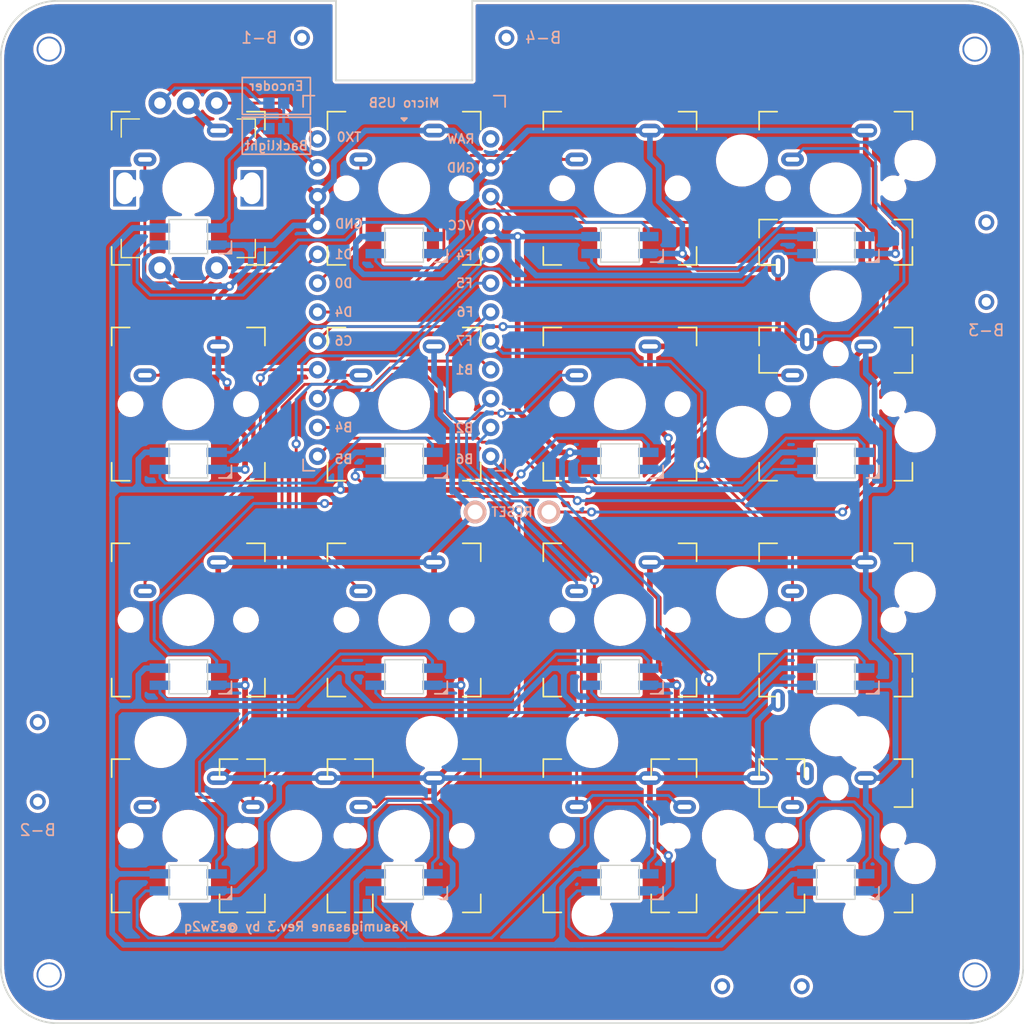
<source format=kicad_pcb>
(kicad_pcb (version 20210228) (generator pcbnew)
  (title_block (title "Kasumigasane Keypad") (company "@e3w2q"))
  (layers (0 "F.Cu" signal) (31 "B.Cu" signal) (34 "B.Paste" user) (35 "F.Paste" user) (36 "B.SilkS" user "B.Silkscreen") (37 "F.SilkS" user "F.Silkscreen") (38 "B.Mask" user) (39 "F.Mask" user) (44 "Edge.Cuts" user))
  (net 0 "")
  (net 1 "GND")
  (net 2 "1")
  (net 3 "2")
  (net 4 "3")
  (net 5 "4")
  (net 6 "5")
  (net 7 "6")
  (net 8 "7")
  (net 9 "8")
  (net 10 "9")
  (net 11 "10")
  (net 12 "11")
  (net 13 "12")
  (net 14 "13")
  (net 15 "14")
  (net 16 "15")
  (net 17 "16")
  (net 18 "A")
  (net 19 "B")
  (net 20 "RST")
  (net 21 "led")
  (net 22 "Net-(JP1-Pad2)")
  (net 23 "VCC")
  (net 24 "Net-(L1-Pad2)")
  (net 25 "Net-(L2-Pad2)")
  (net 26 "Net-(L3-Pad2)")
  (net 27 "Net-(L4-Pad2)")
  (net 28 "Net-(L5-Pad2)")
  (net 29 "Net-(L6-Pad2)")
  (net 30 "Net-(L7-Pad2)")
  (net 31 "Net-(L8-Pad2)")
  (net 32 "Net-(L10-Pad4)")
  (net 33 "Net-(L10-Pad2)")
  (net 34 "Net-(L11-Pad2)")
  (net 35 "Net-(L12-Pad2)")
  (net 36 "Net-(L13-Pad2)")
  (net 37 "Net-(L14-Pad2)")
  (net 38 "Net-(L15-Pad2)")
  (footprint "#footprint:1pin_conn_rev3" (layer "F.Cu") (at 85 108.25 90)
    (fp_text reference "" hide)
    (fp_text value "" hide)
  )
  (footprint "#footprint:YS-SK6812MINI-E" (layer "F.Cu") (at 95 99.1)
    (fp_text reference "L16")
    (fp_text value "YS_SK6812MINI_E")
    (fp_line (start 1.7 -1.5) (end 1.7 1.5) (layer "Edge.Cuts") (width 0.12))
    (fp_line (start -1.7 1.5) (end -1.7 -1.5) (layer "Edge.Cuts") (width 0.12))
    (fp_line (start 1.7 1.5) (end -1.7 1.5) (layer "Edge.Cuts") (width 0.12))
    (fp_line (start -1.7 -1.5) (end 1.7 -1.5) (layer "Edge.Cuts") (width 0.12))
  )
  (footprint "#footprint:YS-SK6812MINI-E" (layer "F.Cu") (at 95 62)
    (fp_text reference "L8")
    (fp_text value "YS_SK6812MINI_E")
    (fp_line (start -1.7 -1.5) (end 1.7 -1.5) (layer "Edge.Cuts") (width 0.12))
    (fp_line (start 1.7 1.5) (end -1.7 1.5) (layer "Edge.Cuts") (width 0.12))
    (fp_line (start -1.7 1.5) (end -1.7 -1.5) (layer "Edge.Cuts") (width 0.12))
    (fp_line (start 1.7 -1.5) (end 1.7 1.5) (layer "Edge.Cuts") (width 0.12))
  )
  (footprint "#footprint:1pin_conn_rev3" (layer "F.Cu") (at 108.25 41 90)
    (fp_text reference "" hide)
    (fp_text value "" hide)
  )
  (footprint "#footprint:YS-SK6812MINI-E" (layer "F.Cu") (at 38 99.1)
    (fp_text reference "L13")
    (fp_text value "YS_SK6812MINI_E")
    (fp_line (start -1.7 -1.5) (end 1.7 -1.5) (layer "Edge.Cuts") (width 0.12))
    (fp_line (start 1.7 1.5) (end -1.7 1.5) (layer "Edge.Cuts") (width 0.12))
    (fp_line (start 1.7 -1.5) (end 1.7 1.5) (layer "Edge.Cuts") (width 0.12))
    (fp_line (start -1.7 1.5) (end -1.7 -1.5) (layer "Edge.Cuts") (width 0.12))
  )
  (footprint "#footprint:CherryMX" (layer "F.Cu") (at 95 38)
    (fp_text reference "SW4" hide)
    (fp_text value "SW_Push" hide)
  )
  (footprint "#footprint:CherryMX" (layer "F.Cu") (at 47.5 95)
    (fp_text reference "SW19" hide)
    (fp_text value "SW_Push" hide)
  )
  (footprint "#footprint:YS-SK6812MINI-E" (layer "F.Cu") (at 76 81)
    (fp_text reference "L11")
    (fp_text value "YS_SK6812MINI_E")
    (fp_line (start 1.7 -1.5) (end 1.7 1.5) (layer "Edge.Cuts") (width 0.12))
    (fp_line (start -1.7 -1.5) (end 1.7 -1.5) (layer "Edge.Cuts") (width 0.12))
    (fp_line (start 1.7 1.5) (end -1.7 1.5) (layer "Edge.Cuts") (width 0.12))
    (fp_line (start -1.7 1.5) (end -1.7 -1.5) (layer "Edge.Cuts") (width 0.12))
  )
  (footprint "#footprint:CherryMX" (layer "F.Cu") (at 95 47.5 90)
    (fp_text reference "SW17" hide)
    (fp_text value "SW_Push" hide)
  )
  (footprint "#footprint:1pin_conn_rev3" (layer "F.Cu") (at 41 25 180)
    (fp_text reference "" hide)
    (fp_text value "" hide)
  )
  (footprint "#footprint:CherryMX" (layer "F.Cu") (at 57 95)
    (fp_text reference "SW14" hide)
    (fp_text value "SW_Push" hide)
  )
  (footprint "#footprint:M2_ThroughHole" (layer "F.Cu") (at 107.25 107.25 180)
    (fp_text reference "" hide)
    (fp_text value "" hide)
  )
  (footprint "#footprint:1pin_conn_rev3" (layer "F.Cu") (at 92 25)
    (fp_text reference "" hide)
    (fp_text value "" hide)
  )
  (footprint "#footprint:Stabilizer_Hole_2U" (layer "F.Cu") (at 95 47.5 -90)
    (fp_text reference "" hide)
    (fp_text value "" hide)
  )
  (footprint "#footprint:RotaryEncoder_Alps_EC11E-Switch_Vertical_H20mm_rev2" (layer "F.Cu") (at 38 38 -90)
    (fp_text reference "SW21")
    (fp_text value "Rotary_Encoder_Switch")
  )
  (footprint "#footprint:CherryMX" (layer "F.Cu") (at 95 95)
    (fp_text reference "SW16" hide)
    (fp_text value "SW_Push" hide)
  )
  (footprint "#footprint:1pin_conn_rev3" (layer "F.Cu") (at 108 92 -90)
    (fp_text reference "" hide)
    (fp_text value "" hide)
  )
  (footprint "#footprint:Stabilizer_Hole_2U" (layer "F.Cu") (at 95 85.5 -90)
    (fp_text reference "" hide)
    (fp_text value "" hide)
  )
  (footprint "#footprint:CherryMX" (layer "F.Cu") (at 76 76)
    (fp_text reference "SW11" hide)
    (fp_text value "SW_Push" hide)
  )
  (footprint "#footprint:CherryMX" (layer "F.Cu") (at 38 38)
    (fp_text reference "SW1" hide)
    (fp_text value "SW_Push" hide)
  )
  (footprint "#footprint:1pin_conn_rev3" (layer "F.Cu") (at 41 25 180)
    (fp_text reference "" hide)
    (fp_text value "" hide)
  )
  (footprint "#footprint:YS-SK6812MINI-E" (layer "F.Cu") (at 95 81)
    (fp_text reference "L12")
    (fp_text value "YS_SK6812MINI_E")
    (fp_line (start 1.7 1.5) (end -1.7 1.5) (layer "Edge.Cuts") (width 0.12))
    (fp_line (start 1.7 -1.5) (end 1.7 1.5) (layer "Edge.Cuts") (width 0.12))
    (fp_line (start -1.7 1.5) (end -1.7 -1.5) (layer "Edge.Cuts") (width 0.12))
    (fp_line (start -1.7 -1.5) (end 1.7 -1.5) (layer "Edge.Cuts") (width 0.12))
  )
  (footprint "#footprint:CherryMX" (layer "F.Cu") (at 95 57)
    (fp_text reference "SW8" hide)
    (fp_text value "SW_Push" hide)
  )
  (footprint "#footprint:1pin_conn_rev3" (layer "F.Cu") (at 25 41 90)
    (fp_text reference "" hide)
    (fp_text value "" hide)
  )
  (footprint "#footprint:1pin_conn_rev3" (layer "F.Cu") (at 41 108 180)
    (fp_text reference "" hide)
    (fp_text value "" hide)
  )
  (footprint "#footprint:YS-SK6812MINI-E" (layer "F.Cu") (at 38 62)
    (fp_text reference "L5")
    (fp_text value "YS_SK6812MINI_E")
    (fp_line (start 1.7 -1.5) (end 1.7 1.5) (layer "Edge.Cuts") (width 0.12))
    (fp_line (start -1.7 1.5) (end -1.7 -1.5) (layer "Edge.Cuts") (width 0.12))
    (fp_line (start 1.7 1.5) (end -1.7 1.5) (layer "Edge.Cuts") (width 0.12))
    (fp_line (start -1.7 -1.5) (end 1.7 -1.5) (layer "Edge.Cuts") (width 0.12))
  )
  (footprint "#footprint:YS-SK6812MINI-E" (layer "F.Cu") (at 76 62)
    (fp_text reference "L7")
    (fp_text value "YS_SK6812MINI_E")
    (fp_line (start -1.7 1.5) (end -1.7 -1.5) (layer "Edge.Cuts") (width 0.12))
    (fp_line (start 1.7 -1.5) (end 1.7 1.5) (layer "Edge.Cuts") (width 0.12))
    (fp_line (start -1.7 -1.5) (end 1.7 -1.5) (layer "Edge.Cuts") (width 0.12))
    (fp_line (start 1.7 1.5) (end -1.7 1.5) (layer "Edge.Cuts") (width 0.12))
  )
  (footprint "#footprint:CherryMX" (layer "F.Cu") (at 57 76)
    (fp_text reference "SW10" hide)
    (fp_text value "SW_Push" hide)
  )
  (footprint "#footprint:CherryMX" (layer "F.Cu") (at 95 85.725 90)
    (fp_text reference "SW18" hide)
    (fp_text value "SW_Push" hide)
  )
  (footprint "#footprint:1pin_conn_rev3" (layer "F.Cu") (at 41 108 180)
    (fp_text reference "" hide)
    (fp_text value "" hide)
  )
  (footprint "#footprint:1pin_conn_rev3" (layer "F.Cu") (at 24.75 92 -90)
    (fp_text reference "" hide)
    (fp_text value "" hide)
  )
  (footprint "#footprint:1pin_conn_rev3" (layer "F.Cu") (at 25 41 90)
    (fp_text reference "" hide)
    (fp_text value "" hide)
  )
  (footprint "#footprint:YS-SK6812MINI-E" (layer "F.Cu") (at 76 99.1)
    (fp_text reference "L15")
    (fp_text value "YS_SK6812MINI_E")
    (fp_line (start -1.7 1.5) (end -1.7 -1.5) (layer "Edge.Cuts") (width 0.12))
    (fp_line (start 1.7 1.5) (end -1.7 1.5) (layer "Edge.Cuts") (width 0.12))
    (fp_line (start -1.7 -1.5) (end 1.7 -1.5) (layer "Edge.Cuts") (width 0.12))
    (fp_line (start 1.7 -1.5) (end 1.7 1.5) (layer "Edge.Cuts") (width 0.12))
  )
  (footprint "#footprint:CherryMX" (layer "F.Cu") (at 57 38)
    (fp_text reference "SW2" hide)
    (fp_text value "SW_Push" hide)
  )
  (footprint "#footprint:1pin_conn_rev3" (layer "F.Cu") (at 41 25 180)
    (fp_text reference "" hide)
    (fp_text value "" hide)
  )
  (footprint "#footprint:CherryMX" (layer "F.Cu") (at 76 95)
    (fp_text reference "SW15" hide)
    (fp_text value "SW_Push" hide)
  )
  (footprint "#footprint:1pin_conn_rev3" (layer "F.Cu") (at 41 25 180)
    (fp_text reference "" hide)
    (fp_text value "" hide)
  )
  (footprint "#footprint:CherryMX" (layer "F.Cu") (at 76 57)
    (fp_text reference "SW7" hide)
    (fp_text value "SW_Push" hide)
  )
  (footprint "#footprint:YS-SK6812MINI-E" (layer "F.Cu") (at 38 42.25)
    (fp_text reference "L1")
    (fp_text value "YS_SK6812MINI_E")
    (fp_line (start -1.7 1.5) (end -1.7 -1.5) (layer "Edge.Cuts") (width 0.12))
    (fp_line (start -1.7 -1.5) (end 1.7 -1.5) (layer "Edge.Cuts") (width 0.12))
    (fp_line (start 1.7 -1.5) (end 1.7 1.5) (layer "Edge.Cuts") (width 0.12))
    (fp_line (start 1.7 1.5) (end -1.7 1.5) (layer "Edge.Cuts") (width 0.12))
  )
  (footprint "#footprint:1pin_conn_rev3" (layer "F.Cu") (at 92 25)
    (fp_text reference "" hide)
    (fp_text value "" hide)
  )
  (footprint "#footprint:CherryMX" (layer "F.Cu") (at 38 57)
    (fp_text reference "SW5" hide)
    (fp_text value "SW_Push" hide)
  )
  (footprint "#footprint:1pin_conn_rev3" (layer "F.Cu") (at 24.75 85 90)
    (fp_text reference "" hide)
    (fp_text value "" hide)
  )
  (footprint "#footprint:YS-SK6812MINI-E" (layer "F.Cu") (at 57 81)
    (fp_text reference "L10")
    (fp_text value "YS_SK6812MINI_E")
    (fp_line (start -1.7 -1.5) (end 1.7 -1.5) (layer "Edge.Cuts") (width 0.12))
    (fp_line (start 1.7 -1.5) (end 1.7 1.5) (layer "Edge.Cuts") (width 0.12))
    (fp_line (start -1.7 1.5) (end -1.7 -1.5) (layer "Edge.Cuts") (width 0.12))
    (fp_line (start 1.7 1.5) (end -1.7 1.5) (layer "Edge.Cuts") (width 0.12))
  )
  (footprint "#footprint:CherryMX" (layer "F.Cu") (at 57 57)
    (fp_text reference "SW6" hide)
    (fp_text value "SW_Push" hide)
  )
  (footprint "#footprint:M2_ThroughHole" (layer "F.Cu") (at 25.75 107.25 90)
    (fp_text reference "" hide)
    (fp_text value "" hide)
  )
  (footprint "#footprint:Stabilizer_Hole_2U" (layer "F.Cu") (at 47.5 95 180)
    (fp_text reference "" hide)
    (fp_text value "" hide)
  )
  (footprint "#footprint:M2_ThroughHole" (layer "F.Cu") (at 25.75 25.75)
    (fp_text reference "" hide)
    (fp_text value "" hide)
  )
  (footprint "#footprint:1pin_conn_rev3" (layer "F.Cu") (at 108 92 -90)
    (fp_text reference "" hide)
    (fp_text value "" hide)
  )
  (footprint "#footprint:CherryMX" (layer "F.Cu") (at 85.5 95)
    (fp_text reference "SW20" hide)
    (fp_text value "SW_Push" hide)
  )
  (footprint "#footprint:Stabilizer_Hole_2U" (layer "F.Cu") (at 85.5 95 180)
    (fp_text reference "" hide)
    (fp_text value "" hide)
  )
  (footprint "#footprint:1pin_conn_rev3" (layer "F.Cu") (at 66 24.75 90)
    (fp_text reference "" hide)
    (fp_text value "" hide)
  )
  (footprint "#footprint:YS-SK6812MINI-E" (layer "F.Cu") (at 38 81)
    (fp_text reference "L9")
    (fp_text value "YS_SK6812MINI_E")
    (fp_line (start 1.7 1.5) (end -1.7 1.5) (layer "Edge.Cuts") (width 0.12))
    (fp_line (start 1.7 -1.5) (end 1.7 1.5) (layer "Edge.Cuts") (width 0.12))
    (fp_line (start -1.7 1.5) (end -1.7 -1.5) (layer "Edge.Cuts") (width 0.12))
    (fp_line (start -1.7 -1.5) (end 1.7 -1.5) (layer "Edge.Cuts") (width 0.12))
  )
  (footprint "#footprint:CherryMX" (layer "F.Cu") (at 76 38)
    (fp_text reference "SW3" hide)
    (fp_text value "SW_Push" hide)
  )
  (footprint "#footprint:YS-SK6812MINI-E" (layer "F.Cu") (at 76 43)
    (fp_text reference "L3")
    (fp_text value "YS_SK6812MINI_E")
    (fp_line (start -1.7 -1.5) (end 1.7 -1.5) (layer "Edge.Cuts") (width 0.12))
    (fp_line (start 1.7 -1.5) (end 1.7 1.5) (layer "Edge.Cuts") (width 0.12))
    (fp_line (start -1.7 1.5) (end -1.7 -1.5) (layer "Edge.Cuts") (width 0.12))
    (fp_line (start 1.7 1.5) (end -1.7 1.5) (layer "Edge.Cuts") (width 0.12))
  )
  (footprint "#footprint:CherryMX" (layer "F.Cu") (at 95 76)
    (fp_text reference "SW12" hide)
    (fp_text value "SW_Push" hide)
  )
  (footprint "#footprint:YS-SK6812MINI-E" (layer "F.Cu") (at 57 99.1)
    (fp_text reference "L14")
    (fp_text value "YS_SK6812MINI_E")
    (fp_line (start 1.7 1.5) (end -1.7 1.5) (layer "Edge.Cuts") (width 0.12))
    (fp_line (start 1.7 -1.5) (end 1.7 1.5) (layer "Edge.Cuts") (width 0.12))
    (fp_line (start -1.7 -1.5) (end 1.7 -1.5) (layer "Edge.Cuts") (width 0.12))
    (fp_line (start -1.7 1.5) (end -1.7 -1.5) (layer "Edge.Cuts") (width 0.12))
  )
  (footprint "#footprint:YS-SK6812MINI-E" (layer "F.Cu") (at 57 62)
    (fp_text reference "L6")
    (fp_text value "YS_SK6812MINI_E")
    (fp_line (start 1.7 1.5) (end -1.7 1.5) (layer "Edge.Cuts") (width 0.12))
    (fp_line (start 1.7 -1.5) (end 1.7 1.5) (layer "Edge.Cuts") (width 0.12))
    (fp_line (start -1.7 -1.5) (end 1.7 -1.5) (layer "Edge.Cuts") (width 0.12))
    (fp_line (start -1.7 1.5) (end -1.7 -1.5) (layer "Edge.Cuts") (width 0.12))
  )
  (footprint "#footprint:YS-SK6812MINI-E" (layer "F.Cu") (at 95 43)
    (fp_text reference "L4")
    (fp_text value "YS_SK6812MINI_E")
    (fp_line (start 1.7 1.5) (end -1.7 1.5) (layer "Edge.Cuts") (width 0.12))
    (fp_line (start 1.7 -1.5) (end 1.7 1.5) (layer "Edge.Cuts") (width 0.12))
    (fp_line (start -1.7 1.5) (end -1.7 -1.5) (layer "Edge.Cuts") (width 0.12))
    (fp_line (start -1.7 -1.5) (end 1.7 -1.5) (layer "Edge.Cuts") (width 0.12))
  )
  (footprint "#footprint:CherryMX" (layer "F.Cu") (at 38 95)
    (fp_text reference "SW13" hide)
    (fp_text value "SW_Push" hide)
  )
  (footprint "#footprint:1pin_conn_rev3" (layer "F.Cu") (at 108.25 48 90)
    (fp_text reference "" hide)
    (fp_text value "" hide)
  )
  (footprint "#footprint:M2_ThroughHole" (layer "F.Cu") (at 107.25 25.75 -90)
    (fp_text reference "" hide)
    (fp_text value "" hide)
  )
  (footprint "#footprint:1pin_conn_rev3" (layer "F.Cu") (at 92 108.25)
    (fp_text reference "" hide)
    (fp_text value "" hide)
  )
  (footprint "#footprint:1pin_conn_rev3" (layer "F.Cu") (at 48 24.75 90)
    (fp_text reference "" hide)
    (fp_text value "" hide)
  )
  (footprint "#footprint:YS-SK6812MINI-E" (layer "F.Cu") (at 57 43)
    (fp_text reference "L2")
    (fp_text value "YS_SK6812MINI_E")
    (fp_line (start 1.7 -1.5) (end 1.7 1.5) (layer "Edge.Cuts") (width 0.12))
    (fp_line (start -1.7 -1.5) (end 1.7 -1.5) (layer "Edge.Cuts") (width 0.12))
    (fp_line (start -1.7 1.5) (end -1.7 -1.5) (layer "Edge.Cuts") (width 0.12))
    (fp_line (start 1.7 1.5) (end -1.7 1.5) (layer "Edge.Cuts") (width 0.12))
  )
  (footprint "#footprint:M2_ThroughHole" (layer "F.Cu") (at 25.75 107.25 90)
    (fp_text reference "" hide)
    (fp_text value "" hide)
  )
  (footprint "#footprint:CherryMX" (layer "F.Cu") (at 38 76)
    (fp_text reference "SW9" hide)
    (fp_text value "SW_Push" hide)
  )
  (footprint "#footprint:ResetSW" (layer "B.Cu") (at 66.5 66.5)
    (fp_text reference "SW22" hide)
    (fp_text value "SW_Push")
  )
  (footprint "#footprint:SolderJumper-2_P1.3mm_Open_Pad1.0x1.0mm" (layer "B.Cu") (at 45.75 32.75)
    (fp_text reference "JP1")
    (fp_text value "SolderJumper_2_Open")
  )
  (footprint "#footprint:SolderJumper-2_P1.3mm_Open_Pad1.0x1.0mm" (layer "B.Cu") (at 45.75 30.5)
    (fp_text reference "JP2")
    (fp_text value "SolderJumper_2_Open")
  )
  (footprint "#footprint:ArduinoProMicro_ConThrough" (layer "B.Cu") (at 57 47.625 -90)
    (fp_text reference "U1" hide)
    (fp_text value "ProMicro/BLEMicroPro")
  )
  (gr_rect (start 42.75 31.75) (end 48.75 35) (layer "B.SilkS") (width 0.15) (fill none))
  (gr_rect (start 42.75 28.25) (end 48.75 31.5) (layer "B.SilkS") (width 0.15) (fill none))
  (gr_line (start 51 21.5) (end 26.5 21.5) (layer "Edge.Cuts") (width 0.15))
  (gr_line (start 111.5 26.5) (end 111.5 106.5) (layer "Edge.Cuts") (width 0.15))
  (gr_arc (start 26.5 26.5) (end 26.5 21.5) (angle -90) (layer "Edge.Cuts") (width 0.15))
  (gr_arc (start 106.5 106.5) (end 106.5 111.5) (angle -90) (layer "Edge.Cuts") (width 0.15))
  (gr_arc (start 106.5 26.5) (end 111.5 26.5) (angle -90) (layer "Edge.Cuts") (width 0.15))
  (gr_line (start 63 28.5) (end 63 21.5) (layer "Edge.Cuts") (width 0.15))
  (gr_line (start 63 21.5) (end 106.5 21.5) (layer "Edge.Cuts") (width 0.15))
  (gr_line (start 51 28.5) (end 63 28.5) (layer "Edge.Cuts") (width 0.15))
  (gr_arc (start 26.5 106.5) (end 21.5 106.5) (angle -90) (layer "Edge.Cuts") (width 0.15))
  (gr_line (start 26.5 111.5) (end 106.5 111.5) (layer "Edge.Cuts") (width 0.15))
  (gr_line (start 51 28.5) (end 51 21.5) (layer "Edge.Cuts") (width 0.15))
  (gr_line (start 21.5 26.5) (end 21.5 106.5) (layer "Edge.Cuts") (width 0.15))
  (gr_text "Backlight" (at 45.75 34.25) (layer "B.SilkS") (effects (font (size 0.8 0.8)) (justify mirror)))
  (gr_text "B-3" (at 108.25 50.5) (layer "B.SilkS") (effects (font (size 1 1)) (justify mirror)))
  (gr_text "B-1" (at 44.25 24.75) (layer "B.SilkS") (effects (font (size 1 1)) (justify mirror)))
  (gr_text "Kasumigasane Rev.3 by @e3w2q" (at 47.5 103) (layer "B.SilkS") (effects (font (size 0.8 0.8)) (justify mirror)))
  (gr_text "B-4" (at 69.25 24.75) (layer "B.SilkS") (effects (font (size 1 1)) (justify mirror)))
  (gr_text "B-2" (at 24.75 94.5) (layer "B.SilkS") (effects (font (size 1 1)) (justify mirror)))
  (gr_text "Encoder" (at 45.75 29) (layer "B.SilkS") (effects (font (size 0.8 0.8)) (justify mirror)))
  (segment (start 41.415479 74.084521) (end 41.415479 76.834521) (width 0.5) (layer "F.Cu") (net 1))
  (segment (start 40.64 70.92) (end 40.64 73.309042) (width 0.5) (layer "F.Cu") (net 1))
  (segment (start 79.415479 80.165479) (end 79.875 80.625) (width 0.5) (layer "F.Cu") (net 1))
  (segment (start 62 87.799264) (end 59.879264 89.92) (width 0.5) (layer "F.Cu") (net 1))
  (segment (start 60.415479 77.466457) (end 60.799511 77.850489) (width 0.5) (layer "F.Cu") (net 1))
  (segment (start 97.64 35.309042) (end 98.415479 36.084521) (width 0.5) (layer "F.Cu") (net 1))
  (segment (start 40.64 73.309042) (end 41.415479 74.084521) (width 0.5) (layer "F.Cu") (net 1))
  (segment (start 41.625 46.625) (end 40.64 47.61) (width 0.5) (layer "F.Cu") (net 1))
  (segment (start 92.84 53.91) (end 90.85 51.92) (width 0.5) (layer "F.Cu") (net 1))
  (segment (start 79.415479 80.165479) (end 81 81.75) (width 0.5) (layer "F.Cu") (net 1))
  (segment (start 59.64 73.309042) (end 60.415479 74.084521) (width 0.5) (layer "F.Cu") (net 1))
  (segment (start 97.64 51.92) (end 95.65 53.91) (width 0.5) (layer "F.Cu") (net 1))
  (segment (start 98.415479 40.165479) (end 98.5 40.25) (width 0.5) (layer "F.Cu") (net 1))
  (segment (start 89.92 47.08) (end 89.92 51.51) (width 0.5) (layer "F.Cu") (net 1))
  (segment (start 60.415479 76.665479) (end 60.415479 74.084521) (width 0.5) (layer "F.Cu") (net 1))
  (segment (start 41.415479 55.084521) (end 41.415479 58.216457) (width 0.5) (layer "F.Cu") (net 1))
  (segment (start 98.415479 40.165479) (end 100.25 42) (width 0.5) (layer "F.Cu") (net 1))
  (segment (start 79.415479 74.084521) (end 79.415479 80.165479) (width 0.5) (layer "F.Cu") (net 1))
  (segment (start 43 81.75) (end 43 79.050978) (width 0.5) (layer "F.Cu") (net 1))
  (segment (start 43 79.050978) (end 42.25 78.300978) (width 0.5) (layer "F.Cu") (net 1))
  (segment (start 79.39 59.14) (end 80.25 60) (width 0.5) (layer "F.Cu") (net 1))
  (segment (start 62 81.5) (end 62 87.799264) (width 0.5) (layer "F.Cu") (net 1))
  (segment (start 79.130479 95.618971) (end 79.130479 92.799521) (width 0.5) (layer "F.Cu") (net 1))
  (segment (start 97.64 32.92) (end 97.64 35.309042) (width 0.5) (layer "F.Cu") (net 1))
  (segment (start 60.415479 76.665479) (end 60.415479 77.466457) (width 0.5) (layer "F.Cu") (net 1))
  (segment (start 81 85.75) (end 81 85.25) (width 0.5) (layer "F.Cu") (net 1))
  (segment (start 81 85.75) (end 81 81.5) (width 0.5) (layer "F.Cu") (net 1))
  (segment (start 90.33 51.92) (end 89.33 51.92) (width 0.5) (layer "F.Cu") (net 1))
  (segment (start 79.39 55.39) (end 79.39 58.89) (width 0.5) (layer "F.Cu") (net 1))
  (segment (start 78.64 73.309042) (end 79.415479 74.084521) (width 0.5) (layer "F.Cu") (net 1))
  (segment (start 89.92 45.11) (end 82.86 45.11) (width 0.5) (layer "F.Cu") (net 1))
  (segment (start 100.25 42.25) (end 99.5 41.5) (width 0.5) (layer "F.Cu") (net 1))
  (segment (start 40.64 32.92) (end 43.565 32.92) (width 0.5) (layer "F.Cu") (net 1))
  (segment (start 59.64 70.92) (end 59.64 73.309042) (width 0.5) (layer "F.Cu") (net 1))
  (segment (start 43.565 32.92) (end 49.38 38.735) (width 0.5) (layer "F.Cu") (net 1))
  (segment (start 78.64 51.92) (end 78.64 54.64) (width 0.5) (layer "F.Cu") (net 1))
  (segment (start 59.879264 89.92) (end 59.64 89.92) (width 0.5) (layer "F.Cu") (net 1))
  (segment (start 100.25 43.75) (end 100.25 42.25) (width 0.5) (layer "F.Cu") (net 1))
  (segment (start 79.130479 92.799521) (end 78.64 92.309042) (width 0.5) (layer "F.Cu") (net 1))
  (segment (start 89.51 51.92) (end 89.92 51.51) (width 0.5) (layer "F.Cu") (net 1))
  (segment (start 62 79.050978) (end 62 81.75) (width 0.5) (layer "F.Cu") (net 1))
  (segment (start 95.65 53.91) (end 92.84 53.91) (width 0.5) (layer "F.Cu") (net 1))
  (segment (start 43 59.800978) (end 41.415479 58.216457) (width 0.5) (layer "F.Cu") (net 1))
  (segment (start 41.415479 76.834521) (end 41.415479 77.216457) (width 0.5) (layer "F.Cu") (net 1))
  (segment (start 41.415479 76.834521) (end 41.415479 77.466457) (width 0.5) (layer "F.Cu") (net 1))
  (segment (start 40.64 47.61) (end 40.64 51.92) (width 0.5) (layer "F.Cu") (net 1))
  (segment (start 63.11 66.7) (end 63.35 66.7) (width 0.5) (layer "F.Cu") (net 1))
  (segment (start 89.33 51.92) (end 85.58 51.92) (width 0.5) (layer "F.Cu") (net 1))
  (segment (start 84.92 51.92) (end 78.64 51.92) (width 0.5) (layer "F.Cu") (net 1))
  (segment (start 60.415479 77.466457) (end 62 79.050978) (width 0.5) (layer "F.Cu") (net 1))
  (segment (start 78.64 92.309042) (end 78.64 89.92) (width 0.5) (layer "F.Cu") (net 1))
  (segment (start 78.64 70.92) (end 78.64 73.309042) (width 0.5) (layer "F.Cu") (net 1))
  (segment (start 78.64 89.92) (end 78.64 88.11) (width 0.5) (layer "F.Cu") (net 1))
  (segment (start 90.85 51.92) (end 90.33 51.92) (width 0.5) (layer "F.Cu") (net 1))
  (segment (start 43 87.799264) (end 40.879264 89.92) (width 0.5) (layer "F.Cu") (net 1))
  (segment (start 82.86 45.11) (end 81.5 43.75) (width 0.5) (layer "F.Cu") (net 1))
  (segment (start 80.255754 96.744246) (end 79.130479 95.618971) (width 0.5) (layer "F.Cu") (net 1))
  (segment (start 89.92 51.51) (end 90.33 51.92) (width 0.5) (layer "F.Cu") (net 1))
  (segment (start 78.64 54.64) (end 79.39 55.39) (width 0.5) (layer "F.Cu") (net 1))
  (segment (start 60.415479 77.216457) (end 60.415479 76.665479) (width 0.5) (layer "F.Cu") (net 1))
  (segment (start 98.415479 36.084521) (end 98.415479 40.165479) (width 0.5) (layer "F.Cu") (net 1))
  (segment (start 78.64 88.11) (end 81 85.75) (width 0.5) (layer "F.Cu") (net 1))
  (segment (start 89.92 44.86) (end 89.92 47.08) (width 0.5) (layer "F.Cu") (net 1))
  (segment (start 41.415479 77.466457) (end 41.649511 77.700489) (width 0.5) (layer "F.Cu") (net 1))
  (segment (start 85.58 51.92) (end 84.92 51.92) (width 0.5) (layer "F.Cu") (net 1))
  (segment (start 41.415479 77.466457) (end 43 79.050978) (width 0.5) (layer "F.Cu") (net 1))
  (segment (start 79.415479 79.915479) (end 79.415479 80.165479) (width 0.5) (layer "F.Cu") (net 1))
  (segment (start 43 81.5) (end 43 87.799264) (width 0.5) (layer "F.Cu") (net 1))
  (segment (start 43 60.65) (end 43 60.050978) (width 0.5) (layer "F.Cu") (net 1))
  (segment (start 43 62.75) (end 43 60.65) (width 0.5) (layer "F.Cu") (net 1))
  (via (at 43 81.75) (size 0.8) (drill 0.4) (layers "F.Cu" "B.Cu") (net 1))
  (via (at 62 81.75) (size 0.8) (drill 0.4) (layers "F.Cu" "B.Cu") (net 1))
  (via (at 41.625 46.625) (size 0.8) (drill 0.4) (layers "F.Cu" "B.Cu") (net 1))
  (via (at 80.255754 96.744246) (size 0.8) (drill 0.4) (layers "F.Cu" "B.Cu") (net 1))
  (via (at 100.25 43.75) (size 0.8) (drill 0.4) (layers "F.Cu" "B.Cu") (net 1))
  (via (at 80.25 60) (size 0.8) (drill 0.4) (layers "F.Cu" "B.Cu") (net 1))
  (via (at 81.5 43.75) (size 0.8) (drill 0.4) (layers "F.Cu" "B.Cu") (net 1))
  (via (at 81 81.75) (size 0.8) (drill 0.4) (layers "F.Cu" "B.Cu") (net 1))
  (via (at 43 62.75) (size 0.8) (drill 0.4) (layers "F.Cu" "B.Cu") (net 1))
  (via (at 41.415479 55.084521) (size 0.8) (drill 0.4) (layers "F.Cu" "B.Cu") (net 1))
  (segment (start 59.64 32.92) (end 61.345 32.92) (width 0.5) (layer "B.Cu") (net 1))
  (segment (start 79.415479 36.084521) (end 79.415479 39.165479) (width 0.5) (layer "B.Cu") (net 1))
  (segment (start 100.25 82.1) (end 99.9 81.75) (width 0.5) (layer "B.Cu") (net 1))
  (segment (start 97.64 92.227506) (end 98.6 93.187506) (width 0.5) (layer "B.Cu") (net 1))
  (segment (start 44.4 97.8) (end 44.4 93.634245) (width 0.5) (layer "B.Cu") (net 1))
  (segment (start 78.64 32.92) (end 80 32.92) (width 0.5) (layer "B.Cu") (net 1))
  (segment (start 67.895 32.92) (end 78.64 32.92) (width 0.5) (layer "B.Cu") (net 1))
  (segment (start 43.5 44.75) (end 42.375 45.875) (width 0.5) (layer "B.Cu") (net 1))
  (segment (start 88.14 84.865) (end 89.92 83.085) (width 0.5) (layer "B.Cu") (net 1))
  (segment (start 59.64 89.92) (end 78.64 89.92) (width 0.5) (layer "B.Cu") (net 1))
  (segment (start 80.25 60) (end 80.25 62) (width 0.5) (layer "B.Cu") (net 1))
  (segment (start 43.5 43.5) (end 44 43) (width 0.5) (layer "B.Cu") (net 1))
  (segment (start 63.369521 37.445479) (end 64.62 36.195) (width 0.5) (layer "B.Cu") (net 1))
  (segment (start 59.4 43.75) (end 60.520012 43.75) (width 0.5) (layer "B.Cu") (net 1))
  (segment (start 98.6 96.85) (end 99.275 97.525) (width 0.5) (layer "B.Cu") (net 1))
  (segment (start 49.38 41.275) (end 47.275 41.275) (width 0.5) (layer "B.Cu") (net 1))
  (segment (start 41.625 46.625) (end 42.125 46.125) (width 0.5) (layer "B.Cu") (net 1))
  (segment (start 61.345 32.92) (end 64.62 36.195) (width 0.5) (layer "B.Cu") (net 1))
  (segment (start 41.625 46.625) (end 42.375 45.875) (width 0.5) (layer "B.Cu") (net 1))
  (segment (start 40.4 81.75) (end 43 81.75) (width 0.5) (layer "B.Cu") (net 1))
  (segment (start 40.4 99.85) (end 42.35 99.85) (width 0.5) (layer "B.Cu") (net 1))
  (segment (start 99.25 58.75) (end 99.05 58.55) (width 0.5) (layer "B.Cu") (net 1))
  (segment (start 45.42 89.92) (end 45.17 89.92) (width 0.5) (layer "B.Cu") (net 1))
  (segment (start 59.64 89.92) (end 50.14 89.92) (width 0.5) (layer "B.Cu") (net 1))
  (segment (start 59.4 81.75) (end 60.75 81.75) (width 0.5) (layer "B.Cu") (net 1))
  (segment (start 100.25 82.1) (end 100.25 88.5) (width 0.5) (layer "B.Cu") (net 1))
  (segment (start 40.42 32.92) (end 38 30.5) (width 0.5) (layer "B.Cu") (net 1))
  (segment (start 61.232275 63.267725) (end 61.232275 63.232275) (width 0.5) (layer "B.Cu") (net 1))
  (segment (start 40.24 51.92) (end 40.64 51.92) (width 0.5) (layer "B.Cu") (net 1))
  (segment (start 46 90.5) (end 46.58 89.92) (width 0.5) (layer "B.Cu") (net 1))
  (segment (start 60.520012 43.75) (end 60.635006 43.635006) (width 0.5) (layer "B.Cu") (net 1))
  (segment (start 98.1 64.55) (end 97.64 65.01) (width 0.5) (layer "B.Cu") (net 1))
  (segment (start 88.14 89.92) (end 88.14 84.865) (width 0.5) (layer "B.Cu") (net 1))
  (segment (start 61.232275 62.267725) (end 60.75 62.75) (width 0.5) (layer "B.Cu") (net 1))
  (segment (start 63.25 66.5) (end 59.64 70.11) (width 0.5) (layer "B.Cu") (net 1))
  (segment (start 59.64 70.11) (end 59.64 70.92) (width 0.5) (layer "B.Cu") (net 1))
  (segment (start 61.232275 58.964771) (end 60.2 57.932496) (width 0.5) (layer "B.Cu") (net 1))
  (segment (start 46.58 89.92) (end 46.67 89.92) (width 0.5) (layer "B.Cu") (net 1))
  (segment (start 59.4 81.75) (end 62 81.75) (width 0.5) (layer "B.Cu") (net 1))
  (segment (start 78.4 81.75) (end 81 81.75) (width 0.5) (layer "B.Cu") (net 1))
  (segment (start 42.375 45.875) (end 42.75 45.5) (width 0.5) (layer "B.Cu") (net 1))
  (segment (start 61.275 97.525) (end 60.7 96.95) (width 0.5) (layer "B.Cu") (net 1))
  (segment (start 50.815062 37.299938) (end 49.38 38.735) (width 0.5) (layer "B.Cu") (net 1))
  (segment (start 98.415479 77.695479) (end 100.25 79.53) (width 0.5) (layer "B.Cu") (net 1))
  (segment (start 61.232275 62.232275) (end 61.232275 62.267725) (width 0.5) (layer "B.Cu") (net 1))
  (segment (start 98.415479 57.915479) (end 98.5 58) (width 0.5) (layer "B.Cu") (net 1))
  (segment (start 46.67 89.92) (end 45.17 89.92) (width 0.5) (layer "B.Cu") (net 1))
  (segment (start 60.75 99.85) (end 61.275 99.325) (width 0.5) (layer "B.Cu") (net 1))
  (segment (start 97.64 70.92) (end 97.64 64.76) (width 0.5) (layer "B.Cu") (net 1))
  (segment (start 79.5 62.75) (end 78.4 62.75) (width 0.5) (layer "B.Cu") (net 1))
  (segment (start 100.25 81.4) (end 100.25 82.1) (width 0.5) (layer "B.Cu") (net 1))
  (segment (start 99.7 59.2) (end 99.05 58.55) (width 0.5) (layer "B.Cu") (net 1))
  (segment (start 40.34 52.07) (end 40.74 52.07) (width 0.5) (layer "B.Cu") (net 1))
  (segment (start 61.232275 62.482275) (end 61.232275 62.982275) (width 0.5) (layer "B.Cu") (net 1))
  (segment (start 99.9 81.75) (end 100.25 81.4) (width 0.5) (layer "B.Cu") (net 1))
  (segment (start 79.415479 39.165479) (end 81.5 41.25) (width 0.5) (layer "B.Cu") (net 1))
  (segment (start 40.64 32.92) (end 40.42 32.92) (width 0.5) (layer "B.Cu") (net 1))
  (segment (start 40.4 62.75) (end 43 62.75) (width 0.5) (layer "B.Cu") (net 1))
  (segment (start 78.4 99.85) (end 79.75 99.85) (width 0.5) (layer "B.Cu") (net 1))
  (segment (start 63.369521 37.445479) (end 63.369521 38.618971) (width 0.5) (layer "B.Cu") (net 1))
  (segment (start 97.64 64.09) (end 98.1 64.55) (width 0.5) (layer "B.Cu") (net 1))
  (segment (start 78.64 33.18) (end 78.64 32.92) (width 0.5) (layer "B.Cu") (net 1))
  (segment (start 60.7 96.95) (end 60.7 93) (width 0.5) (layer "B.Cu") (net 1))
  (segment (start 50.815062 35.684938) (end 50.815062 37.299938) (width 0.5) (layer "B.Cu") (net 1))
  (segment (start 49.38 38.735) (end 49.38 41.275) (width 0.5) (layer "B.Cu") (net 1))
  (segment (start 40.74 33.02) (end 40.52 33.02) (width 0.5) (layer "B.Cu") (net 1))
  (segment (start 62.1 42.170012) (end 62.1 41.6) (width 0.5) (layer "B.Cu") (net 1))
  (segment (start 40.64 54.309042) (end 41.415479 55.084521) (width 0.5) (layer "B.Cu") (net 1))
  (segment (start 62.1 41.6) (end 62.1 41.9) (width 0.5) (layer "B.Cu") (net 1))
  (segment (start 80.25 62) (end 79.5 62.75) (width 0.5) (layer "B.Cu") (net 1))
  (segment (start 78.64 32.92) (end 78.64 35.309042) (width 0.5) (layer "B.Cu") (net 1))
  (segment (start 40.64 51.92) (end 40.64 54.309042) (width 0.5) (layer "B.Cu") (net 1))
  (segment (start 97.64 70.92) (end 97.64 73.309042) (width 0.5) (layer "B.Cu") (net 1))
  (segment (start 97.4 81.75) (end 99.9 81.75) (width 0.5) (layer "B.Cu") (net 1))
  (segment (start 59.64 91.94) (end 59.64 89.92) (width 0.5) (layer "B.Cu") (net 1))
  (segment (start 98.415479 57.915479) (end 99.05 58.55) (width 0.5) (layer "B.Cu") (net 1))
  (segment (start 50.14 89.92) (end 46.67 89.92) (width 0.5) (layer "B.Cu") (net 1))
  (segment (start 81.5 43.75) (end 78.4 43.75) (width 0.5) (layer "B.Cu") (net 1))
  (segment (start 60.7 93) (end 59.64 91.94) (width 0.5) (layer "B.Cu") (net 1))
  (segment (start 62.1 42.170012) (end 60.635006 43.635006) (width 0.5) (layer "B.Cu") (net 1))
  (segment (start 42.35 99.85) (end 44.4 97.8) (width 0.5) (layer "B.Cu") (net 1))
  (segment (start 97.4 43.75) (end 100.25 43.75) (width 0.5) (layer "B.Cu") (net 1))
  (segment (start 64.62 36.195) (end 67.895 32.92) (width 0.5) (layer "B.Cu") (net 1))
  (segment (start 42.75 43) (end 43.5 43) (width 0.5) (layer "B.Cu") (net 1))
  (segment (start 46 92.034245) (end 46 90.5) (width 0.5) (layer "B.Cu") (net 1))
  (segment (start 97.64 51.92) (end 97.64 54.309042) (width 0.5) (layer "B.Cu") (net 1))
  (segment (start 80.275 96.763492) (end 80.255754 96.744246) (width 0.5) (layer "B.Cu") (net 1))
  (segment (start 80.275 99.325) (end 80.275 96.763492) (width 0.5) (layer "B.Cu") (net 1))
  (segment (start 98.415479 77.695479) (end 98.485 77.765) (width 0.5) (layer "B.Cu") (net 1))
  (segment (start 45.17 89.92) (end 40.64 89.92) (width 0.5) (layer "B.Cu") (net 1))
  (segment (start 81.5 41.5) (end 81.5 43.75) (width 0.5) (layer "B.Cu") (net 1))
  (segment (start 45.55 43) (end 47.275 41.275) (width 0.5) (layer "B.Cu") (net 1))
  (segment (start 98.75 99.85) (end 97.4 99.85) (width 0.5) (layer "B.Cu") (net 1))
  (segment (start 97.64 89.92) (end 97.64 92.227506) (width 0.5) (layer "B.Cu") (net 1))
  (segment (start 59.64 54.64) (end 59.64 51.92) (width 0.5) (layer "B.Cu") (net 1))
  (segment (start 88.14 89.92) (end 78.64 89.92) (width 0.5) (layer "B.Cu") (net 1))
  (segment (start 61.232275 62.232275) (end 61.232275 62.482275) (width 0.5) (layer "B.Cu") (net 1))
  (segment (start 97.64 54.309042) (end 98.415479 55.084521) (width 0.5) (layer "B.Cu") (net 1))
  (segment (start 44.4 93.634245) (end 46 92.034245) (width 0.5) (layer "B.Cu") (net 1))
  (segment (start 61.232275 64.732275) (end 61.232275 63.267725) (width 0.5) (layer "B.Cu") (net 1))
  (segment (start 40.4 43) (end 42.75 43) (width 0.5) (layer "B.Cu") (net 1))
  (segment (start 63.25 66.5) (end 61.232275 64.482275) (width 0.5) (layer "B.Cu") (net 1))
  (segment (start 98.415479 74.084521) (end 98.415479 77.695479) (width 0.5) (layer "B.Cu") (net 1))
  (segment (start 43 43) (end 42.75 43) (width 0.5) (layer "B.Cu") (net 1))
  (segment (start 53.58 32.92) (end 50.815062 35.684938) (width 0.5) (layer "B.Cu") (net 1))
  (segment (start 98.415479 55.084521) (end 98.415479 57.915479) (width 0.5) (layer "B.Cu") (net 1))
  (segment (start 99.4 64.55) (end 99.7 64.25) (width 0.5) (layer "B.Cu") (net 1))
  (segment (start 100.25 82.5) (end 100.25 88.5) (width 0.5) (layer "B.Cu") (net 1))
  (segment (start 59.4 99.85) (end 60.75 99.85) (width 0.5) (layer "B.Cu") (net 1))
  (segment (start 60.2 57.932496) (end 60.2 55.2) (width 0.5) (layer "B.Cu") (net 1))
  (segment (start 61.275 99.325) (end 61.275 97.525) (width 0.5) (layer "B.Cu") (net 1))
  (segment (start 97.64 65.01) (end 97.64 64.59) (width 0.5) (layer "B.Cu") (net 1))
  (segment (start 97.64 73.309042) (end 98.415479 74.084521) (width 0.5) (layer "B.Cu") (net 1))
  (segment (start 46 90.5) (end 45.42 89.92) (width 0.5) (layer "B.Cu") (net 1))
  (segment (start 98.415479 77.445479) (end 98.415479 77.695479) (width 0.5) (layer "B.Cu") (net 1))
  (segment (start 100.25 80.75) (end 100.25 81) (width 0.5) (layer "B.Cu") (net 1))
  (segment (start 43.5 43.5) (end 43.5 44.75) (width 0.5) (layer "B.Cu") (net 1))
  (segment (start 43.5 43) (end 45.55 43) (width 0.5) (layer "B.Cu") (net 1))
  (segment (start 61.232275 62.232275) (end 61.232275 59.214771) (width 0.5) (layer "B.Cu") (net 1))
  (segment (start 80 32.92) (end 80.42 32.92) (width 0.5) (layer "B.Cu") (net 1))
  (segment (start 61 62.75) (end 60.75 62.75) (width 0.5) (layer "B.Cu") (net 1))
  (segment (start 43.5 43.5) (end 43 43) (width 0.5) (layer "B.Cu") (net 1))
  (segment (start 63.369521 38.618971) (end 62.1 39.888492) (width 0.5) (layer "B.Cu") (net 1))
  (segment (start 100.25 88.5) (end 98.83 89.92) (width 0.5) (layer "B.Cu") (net 1))
  (segment (start 43.5 43) (end 44 43) (width 0.5) (layer "B.Cu") (net 1))
  (segment (start 98.1 64.55) (end 99.4 64.55) (width 0.5) (layer "B.Cu") (net 1))
  (segment (start 62.1 39.888492) (end 62.1 41.6) (width 0.5) (layer "B.Cu") (net 1))
  (segment (start 99.275 97.525) (end 99.275 99.325) (width 0.5) (layer "B.Cu") (net 1))
  (segment (start 88.14 85.115) (end 88.14 84.86) (width 0.5) (layer "B.Cu") (net 1))
  (segment (start 79.415479 39.165479) (end 79.5 39.25) (width 0.5) (layer "B.Cu") (net 1))
  (segment (start 43.5 43) (end 43.5 43.5) (width 0.5) (layer "B.Cu") (net 1))
  (segment (start 60.19 90.17) (end 59.79 90.17) (width 0.5) (layer "B.Cu") (net 1))
  (segment (start 98.6 93.187506) (end 98.6 96.85) (width 0.5) (layer "B.Cu") (net 1))
  (segment (start 99.7 64.25) (end 99.7 59.45) (width 0.5) (layer "B.Cu") (net 1))
  (segment (start 61.232275 63.267725) (end 61.232275 62.482275) (width 0.5) (layer "B.Cu") (net 1))
  (segment (start 98.83 89.92) (end 97.64 89.92) (width 0.5) (layer "B.Cu") (net 1))
  (segment (start 100.25 79.53) (end 100.25 81.4) (width 0.5) (layer "B.Cu") (net 1))
  (segment (start 78.64 70.92) (end 97.64 70.92) (width 0.5) (layer "B.Cu") (net 1))
  (segment (start 59.64 32.92) (end 53.58 32.92) (width 0.5) (layer "B.Cu") (net 1))
  (segment (start 60.75 62.75) (end 59.4 62.75) (width 0.5) (layer "B.Cu") (net 1))
  (segment (start 99.275 99.325) (end 98.75 99.85) (width 0.5) (layer "B.Cu") (net 1))
  (segment (start 60.2 55.2) (end 59.64 54.64) (width 0.5) (layer "B.Cu") (net 1))
  (segment (start 37.125 46.625) (end 41.625 46.625) (width 0.5) (layer "B.Cu") (net 1))
  (segment (start 35.5 45) (end 37.125 46.625) (width 0.5) (layer "B.Cu") (net 1))
  (segment (start 98.04 89.92) (end 97.64 89.92) (width 0.5) (layer "B.Cu") (net 1))
  (segment (start 61.232275 63.232275) (end 60.75 62.75) (width 0.5) (layer "B.Cu") (net 1))
  (segment (start 97.64 62.99) (end 97.4 62.75) (width 0.5) (layer "B.Cu") (net 1))
  (segment (start 78.64 35.309042) (end 79.415479 36.084521) (width 0.5) (layer "B.Cu") (net 1))
  (segment (start 97.64 32.92) (end 80 32.92) (width 0.5) (layer "B.Cu") (net 1))
  (segment (start 79.75 99.85) (end 80.275 99.325) (width 0.5) (layer "B.Cu") (net 1))
  (segment (start 97.64 64.09) (end 97.64 62.99) (width 0.5) (layer "B.Cu") (net 1))
  (segment (start 97.64 64.59) (end 97.64 64.09) (width 0.5) (layer "B.Cu") (net 1))
  (segment (start 40.64 70.92) (end 59.64 70.92) (width 0.5) (layer "B.Cu") (net 1))
  (segment (start 34.864234 46.324511) (end 34.175489 45.635766) (width 0.25) (layer "F.Cu") (net 2))
  (segment (start 40.5 45) (end 39.175489 46.324511) (width 0.25) (layer "F.Cu") (net 2))
  (segment (start 34.175489 35.474511) (end 34.19 35.46) (width 0.25) (layer "F.Cu") (net 2))
  (segment (start 39.175489 46.324511) (end 34.864234 46.324511) (width 0.25) (layer "F.Cu") (net 2))
  (segment (start 48.195 45) (end 49.38 43.815) (width 0.25) (layer "F.Cu") (net 2))
  (segment (start 34.175489 45.635766) (end 34.175489 35.474511) (width 0.25) (layer "F.Cu") (net 2))
  (segment (start 40.5 45) (end 48.195 45) (width 0.25) (layer "F.Cu") (net 2))
  (segment (start 53.19 42.545) (end 49.38 46.355) (width 0.25) (layer "F.Cu") (net 3))
  (segment (start 53.19 35.46) (end 53.19 42.545) (width 0.25) (layer "F.Cu") (net 3))
  (segment (start 60.5 37.5) (end 60.5 43.75) (width 0.25) (layer "F.Cu") (net 4))
  (segment (start 72.19 35.46) (end 70.94 35.46) (width 0.25) (layer "F.Cu") (net 4))
  (segment (start 55.355 48.895) (end 54.337163 48.895) (width 0.25) (layer "F.Cu") (net 4))
  (segment (start 63.357999 35.107999) (end 62.892001 35.107999) (width 0.25) (layer "F.Cu") (net 4))
  (segment (start 70.94 35.46) (end 70.587999 35.107999) (width 0.25) (layer "F.Cu") (net 4))
  (segment (start 62.892001 35.107999) (end 60.5 37.5) (width 0.25) (layer "F.Cu") (net 4))
  (segment (start 60.5 43.75) (end 55.355 48.895) (width 0.25) (layer "F.Cu") (net 4))
  (segment (start 55.355 48.895) (end 49.38 48.895) (width 0.25) (layer "F.Cu") (net 4))
  (segment (start 70.587999 35.107999) (end 63.357999 35.107999) (width 0.25) (layer "F.Cu") (net 4))
  (segment (start 63.357999 35.107999) (end 63.247799 35.107999) (width 0.25) (layer "F.Cu") (net 4))
  (segment (start 50.635 50.18) (end 49.38 51.435) (width 0.25) (layer "F.Cu") (net 5))
  (segment (start 65.7 50.18) (end 50.635 50.18) (width 0.25) (layer "F.Cu") (net 5))
  (via (at 65.7 50.18) (size 0.8) (drill 0.4) (layers "F.Cu" "B.Cu") (net 5))
  (segment (start 97.5 34.5) (end 92.15 34.5) (width 0.25) (layer "B.Cu") (net 5))
  (segment (start 96.25 51) (end 100.125 47.125) (width 0.25) (layer "B.Cu") (net 5))
  (segment (start 91.61 51.31) (end 92.46 51.31) (width 0.25) (layer "B.Cu") (net 5))
  (segment (start 100.125 47.125) (end 101 46.25) (width 0.25) (layer "B.Cu") (net 5))
  (segment (start 90.48 50.18) (end 91.61 51.31) (width 0.25) (layer "B.Cu") (net 5))
  (segment (start 101 46.25) (end 101 41.75) (width 0.25) (layer "B.Cu") (net 5))
  (segment (start 98.5 35.5) (end 97.5 34.5) (width 0.25) (layer "B.Cu") (net 5))
  (segment (start 100 40.75) (end 98.5 39.25) (width 0.25) (layer "B.Cu") (net 5))
  (segment (start 98.5 39.25) (end 98.5 35.5) (width 0.25) (layer "B.Cu") (net 5))
  (segment (start 65.7 50.18) (end 90.48 50.18) (width 0.25) (layer "B.Cu") (net 5))
  (segment (start 101 41.75) (end 100 40.75) (width 0.25) (layer "B.Cu") (net 5))
  (segment (start 92.46 51.31) (end 93.69 51.31) (width 0.25) (layer "B.Cu") (net 5))
  (segment (start 100.125 47.125) (end 100.25 47) (width 0.25) (layer "B.Cu") (net 5))
  (segment (start 93.69 51.31) (end 94 51) (width 0.25) (layer "B.Cu") (net 5))
  (segment (start 100.25 41.25) (end 100 41) (width 0.25) (layer "B.Cu") (net 5))
  (segment (start 94 51) (end 96.25 51) (width 0.25) (layer "B.Cu") (net 5))
  (segment (start 92.15 34.5) (end 91.19 35.46) (width 0.25) (layer "B.Cu") (net 5))
  (segment (start 35.44 54.46) (end 35.925 53.975) (width 0.25) (layer "F.Cu") (net 6))
  (segment (start 34.19 54.46) (end 35.44 54.46) (width 0.25) (layer "F.Cu") (net 6))
  (segment (start 48.30237 53.975) (end 49.38 53.975) (width 0.25) (layer "F.Cu") (net 6))
  (segment (start 35.925 53.975) (end 48.30237 53.975) (width 0.25) (layer "F.Cu") (net 6))
  (segment (start 49.38 56.515) (end 51.435 54.46) (width 0.25) (layer "F.Cu") (net 7))
  (segment (start 51.435 54.46) (end 53.19 54.46) (width 0.25) (layer "F.Cu") (net 7))
  (segment (start 53.34 54.61) (end 53.74 54.61) (width 0.25) (layer "F.Cu") (net 7))
  (segment (start 52.94 54.61) (end 53.34 54.61) (width 0.25) (layer "F.Cu") (net 7))
  (segment (start 58.330515 53.830515) (end 60.43479 55.93479) (width 0.25) (layer "F.Cu") (net 8))
  (segment (start 63.238713 58.284237) (end 63.72295 57.8) (width 0.25) (layer "F.Cu") (net 8))
  (segment (start 60.43479 57.492765) (end 61.226262 58.284237) (width 0.25) (layer "F.Cu") (net 8))
  (segment (start 60.43479 55.93479) (end 60.43479 57.492765) (width 0.25) (layer "F.Cu") (net 8))
  (segment (start 53.55475 56.020118) (end 55.744353 53.830515) (width 0.25) (layer "F.Cu") (net 8))
  (segment (start 53.55475 57.94525) (end 53.55475 56.020118) (width 0.25) (layer "F.Cu") (net 8))
  (segment (start 61.226262 58.284237) (end 63.238713 58.284237) (width 0.25) (layer "F.Cu") (net 8))
  (segment (start 55.744353 53.830515) (end 58.330515 53.830515) (width 0.25) (layer "F.Cu") (net 8))
  (segment (start 52.445 59.055) (end 53.55475 57.94525) (width 0.25) (layer "F.Cu") (net 8))
  (segment (start 63.72295 57.8) (end 65.6 57.8) (width 0.25) (layer "F.Cu") (net 8))
  (segment (start 71.99 54.61) (end 72.39 54.61) (width 0.25) (layer "F.Cu") (net 8))
  (segment (start 49.38 59.055) (end 52.445 59.055) (width 0.25) (layer "F.Cu") (net 8))
  (via (at 65.6 57.8) (size 0.8) (drill 0.4) (layers "F.Cu" "B.Cu") (net 8))
  (segment (start 70.772398 54.46) (end 72.19 54.46) (width 0.25) (layer "B.Cu") (net 8))
  (segment (start 65.6 57.8) (end 67.432398 57.8) (width 0.25) (layer "B.Cu") (net 8))
  (segment (start 67.432398 57.8) (end 70.772398 54.46) (width 0.25) (layer "B.Cu") (net 8))
  (segment (start 49.38 61.595) (end 50.975 60) (width 0.25) (layer "F.Cu") (net 9))
  (segment (start 87.79 54.46) (end 91.19 54.46) (width 0.25) (layer "F.Cu") (net 9))
  (segment (start 63.5 60) (end 63.851048 60.351048) (width 0.25) (layer "F.Cu") (net 9))
  (segment (start 69.58 63.83) (end 73.66 63.83) (width 0.25) (layer "F.Cu") (net 9))
  (segment (start 63.851048 60.351048) (end 66.101048 60.351048) (width 0.25) (layer "F.Cu") (net 9))
  (segment (start 73.83 64) (end 78.25 64) (width 0.25) (layer "F.Cu") (net 9))
  (segment (start 73.66 63.83) (end 73.83 64) (width 0.25) (layer "F.Cu") (net 9))
  (segment (start 50.975 60) (end 63.5 60) (width 0.25) (layer "F.Cu") (net 9))
  (segment (start 66.101048 60.351048) (end 66.258489 60.508489) (width 0.25) (layer "F.Cu") (net 9))
  (segment (start 66.258489 60.508489) (end 66.35 60.6) (width 0.25) (layer "F.Cu") (net 9))
  (segment (start 78.25 64) (end 87.79 54.46) (width 0.25) (layer "F.Cu") (net 9))
  (segment (start 66.258489 60.508489) (end 69.58 63.83) (width 0.25) (layer "F.Cu") (net 9))
  (segment (start 44.345001 54.7) (end 44.345001 62.454999) (width 0.25) (layer "F.Cu") (net 10))
  (segment (start 44.345001 62.454999) (end 34.19 72.61) (width 0.25) (layer "F.Cu") (net 10))
  (segment (start 34.19 72.61) (end 34.19 73.46) (width 0.25) (layer "F.Cu") (net 10))
  (via (at 44.345001 54.7) (size 0.8) (drill 0.4) (layers "F.Cu" "B.Cu") (net 10))
  (segment (start 58.265565 50.169435) (end 64.62 43.815) (width 0.25) (layer "B.Cu") (net 10))
  (segment (start 44.345001 54.654999) (end 48.830565 50.169435) (width 0.25) (layer "B.Cu") (net 10))
  (segment (start 63.418699 45.016301) (end 63.4675 44.9675) (width 0.25) (layer "B.Cu") (net 10))
  (segment (start 63.4675 44.9675) (end 64.62 43.815) (width 0.25) (layer "B.Cu") (net 10))
  (segment (start 44.345001 54.7) (end 44.345001 54.654999) (width 0.25) (layer "B.Cu") (net 10))
  (segment (start 48.830565 50.169435) (end 58.265565 50.169435) (width 0.25) (layer "B.Cu") (net 10))
  (segment (start 63.335 45.1) (end 63.4675 44.9675) (width 0.25) (layer "B.Cu") (net 10))
  (segment (start 47.5 67.77) (end 53.19 73.46) (width 0.25) (layer "F.Cu") (net 11))
  (segment (start 47.5 60.25) (end 47.5 67.77) (width 0.25) (layer "F.Cu") (net 11))
  (via (at 47.5 60.5) (size 0.8) (drill 0.4) (layers "F.Cu" "B.Cu") (net 11))
  (segment (start 51.827534 55.255118) (end 48.844882 55.255118) (width 0.25) (layer "B.Cu") (net 11))
  (segment (start 52.072416 55.5) (end 51.827534 55.255118) (width 0.25) (layer "B.Cu") (net 11))
  (segment (start 47.5 56.6) (end 47.5 60.25) (width 0.25) (layer "B.Cu") (net 11))
  (segment (start 64.62 46.355) (end 63.351436 46.355) (width 0.25) (layer "B.Cu") (net 11))
  (segment (start 63.351436 46.355) (end 54.206436 55.5) (width 0.25) (layer "B.Cu") (net 11))
  (segment (start 54.206436 55.5) (end 52.072416 55.5) (width 0.25) (layer "B.Cu") (net 11))
  (segment (start 48.844882 55.255118) (end 47.5 56.6) (width 0.25) (layer "B.Cu") (net 11))
  (segment (start 61.806795 62.306795) (end 61.806795 58.726797) (width 0.25) (layer "B.Cu") (net 12))
  (segment (start 60.8 57.720002) (end 60.8 52.715) (width 0.25) (layer "B.Cu") (net 12))
  (segment (start 61.806795 58.726797) (end 60.8 57.720002) (width 0.25) (layer "B.Cu") (net 12))
  (segment (start 72.19 72.69) (end 61.806795 62.306795) (width 0.25) (layer "B.Cu") (net 12))
  (segment (start 60.8 52.715) (end 64.62 48.895) (width 0.25) (layer "B.Cu") (net 12))
  (segment (start 72.19 73.46) (end 72.19 72.69) (width 0.25) (layer "B.Cu") (net 12))
  (segment (start 83.2 62.1) (end 91.19 70.09) (width 0.25) (layer "F.Cu") (net 13))
  (segment (start 91.19 89.115) (end 91.61 89.535) (width 0.25) (layer "F.Cu") (net 13))
  (segment (start 91.19 73.46) (end 91.19 89.115) (width 0.25) (layer "F.Cu") (net 13))
  (segment (start 91.61 89.535) (end 92.46 89.535) (width 0.25) (layer "F.Cu") (net 13))
  (segment (start 91.19 70.09) (end 91.19 73.46) (width 0.25) (layer "F.Cu") (net 13))
  (via (at 83.2 62.35) (size 0.8) (drill 0.4) (layers "F.Cu" "B.Cu") (net 13))
  (segment (start 80.45 53.25) (end 83.2 56) (width 0.25) (layer "B.Cu") (net 13))
  (segment (start 77.75 53.25) (end 77.022001 52.522001) (width 0.25) (layer "B.Cu") (net 13))
  (segment (start 83.2 62.35) (end 83.2 62.45) (width 0.25) (layer "B.Cu") (net 13))
  (segment (start 83.2 56) (end 83.2 62.1) (width 0.25) (layer "B.Cu") (net 13))
  (segment (start 77.022001 52.522001) (end 65.707001 52.522001) (width 0.25) (layer "B.Cu") (net 13))
  (segment (start 80.45 53.25) (end 77.75 53.25) (width 0.25) (layer "B.Cu") (net 13))
  (segment (start 65.707001 52.522001) (end 64.62 51.435) (width 0.25) (layer "B.Cu") (net 13))
  (segment (start 42.44 91.61) (end 35.44 91.61) (width 0.25) (layer "F.Cu") (net 14))
  (segment (start 43.69 91.61) (end 43.69 92.46) (width 0.25) (layer "F.Cu") (net 14))
  (segment (start 51.986999 53.213001) (end 49.943233 55.256767) (width 0.25) (layer "F.Cu") (net 14))
  (segment (start 64.62 53.975) (end 63.858001 53.213001) (width 0.25) (layer "F.Cu") (net 14))
  (segment (start 46.25 89.05) (end 43.69 91.61) (width 0.25) (layer "F.Cu") (net 14))
  (segment (start 35.44 91.61) (end 34.59 92.46) (width 0.25) (layer "F.Cu") (net 14))
  (segment (start 63.858001 53.213001) (end 51.986999 53.213001) (width 0.25) (layer "F.Cu") (net 14))
  (segment (start 48.243233 55.256767) (end 46.25 57.25) (width 0.25) (layer "F.Cu") (net 14))
  (segment (start 46.25 57.25) (end 46.25 89.05) (width 0.25) (layer "F.Cu") (net 14))
  (segment (start 49.943233 55.256767) (end 48.243233 55.256767) (width 0.25) (layer "F.Cu") (net 14))
  (segment (start 43.29 92.46) (end 42.44 91.61) (width 0.25) (layer "F.Cu") (net 14))
  (segment (start 64.25139 53.68499) (end 64.5414 53.975) (width 0.25) (layer "F.Cu") (net 14))
  (segment (start 43.69 92.46) (end 43.29 92.46) (width 0.25) (layer "B.Cu") (net 14))
  (segment (start 34.59 92.46) (end 34.19 92.46) (width 0.25) (layer "B.Cu") (net 14))
  (segment (start 55.258734 91.758734) (end 54.557468 92.46) (width 0.25) (layer "F.Cu") (net 15))
  (segment (start 67.111589 84.155879) (end 66.633734 84.633734) (width 0.25) (layer "F.Cu") (net 15))
  (segment (start 59.508734 91.758734) (end 55.258734 91.758734) (width 0.25) (layer "F.Cu") (net 15))
  (segment (start 67.111589 66.31391) (end 67.111589 84.155879) (width 0.25) (layer "F.Cu") (net 15))
  (segment (start 67.111589 84.155879) (end 59.508734 91.758734) (width 0.25) (layer "F.Cu") (net 15))
  (segment (start 54.557468 92.46) (end 53.19 92.46) (width 0.25) (layer "F.Cu") (net 15))
  (via (at 67.111589 66.31391) (size 0.8) (drill 0.4) (layers "F.Cu" "B.Cu") (net 15))
  (segment (start 67.111589 66.31391) (end 66.56391 66.31391) (width 0.25) (layer "B.Cu") (net 15))
  (segment (start 53.19 92.46) (end 53.59 92.46) (width 0.25) (layer "B.Cu") (net 15))
  (segment (start 66.56391 66.31391) (end 62.5 62.25) (width 0.25) (layer "B.Cu") (net 15))
  (segment (start 62.5 58.635) (end 62.5 59.25) (width 0.25) (layer "B.Cu") (net 15))
  (segment (start 64.62 56.515) (end 62.5 58.635) (width 0.25) (layer "B.Cu") (net 15))
  (segment (start 62.5 62.25) (end 62.5 59.25) (width 0.25) (layer "B.Cu") (net 15))
  (segment (start 62.5 59.25) (end 62.5 59.566963) (width 0.25) (layer "B.Cu") (net 15))
  (segment (start 71 88) (end 71 85.6) (width 0.25) (layer "F.Cu") (net 16))
  (segment (start 73.75 73.90392) (end 73.75 72.5) (width 0.25) (layer "F.Cu") (net 16))
  (segment (start 72.6 76.7) (end 72.6 75.05392) (width 0.25) (layer "F.Cu") (net 16))
  (segment (start 71 85.6) (end 72.6 84) (width 0.25) (layer "F.Cu") (net 16))
  (segment (start 72.6 84) (end 72.6 76.7) (width 0.25) (layer "F.Cu") (net 16))
  (segment (start 72.6 75.05392) (end 72.77696 74.87696) (width 0.25) (layer "F.Cu") (net 16))
  (segment (start 72.77696 74.87696) (end 73.75 73.90392) (width 0.25) (layer "F.Cu") (net 16))
  (segment (start 72.19 92.46) (end 72.19 89.19) (width 0.25) (layer "F.Cu") (net 16))
  (segment (start 72.6 76.7) (end 72.6 76.32) (width 0.25) (layer "F.Cu") (net 16))
  (segment (start 72.19 89.19) (end 71 88) (width 0.25) (layer "F.Cu") (net 16))
  (via (at 73.75 72.5) (size 0.8) (drill 0.4) (layers "F.Cu" "B.Cu") (net 16))
  (segment (start 80.28048 91.45048) (end 73.59952 91.45048) (width 0.25) (layer "B.Cu") (net 16))
  (segment (start 67.9 66.610277) (end 73.75 72.460277) (width 0.25) (layer "B.Cu") (net 16))
  (segment (start 73.75 72.460277) (end 73.75 72.5) (width 0.25) (layer "B.Cu") (net 16))
  (segment (start 81.29 92.46) (end 80.615 91.785) (width 0.25) (layer "B.Cu") (net 16))
  (segment (start 72.59 92.46) (end 72.19 92.46) (width 0.25) (layer "B.Cu") (net 16))
  (segment (start 63.5 60.425) (end 63.5 62.614282) (width 0.25) (layer "B.Cu") (net 16))
  (segment (start 73.59952 91.45048) (end 72.59 92.46) (width 0.25) (layer "B.Cu") (net 16))
  (segment (start 81.69 92.46) (end 81.29 92.46) (width 0.25) (layer "B.Cu") (net 16))
  (segment (start 64.62 59.305) (end 63.5 60.425) (width 0.25) (layer "B.Cu") (net 16))
  (segment (start 66.411207 65.525489) (end 67.347766 65.525489) (width 0.25) (layer "B.Cu") (net 16))
  (segment (start 67.347766 65.525489) (end 67.9 66.077723) (width 0.25) (layer "B.Cu") (net 16))
  (segment (start 63.5 62.614282) (end 66.411207 65.525489) (width 0.25) (layer "B.Cu") (net 16))
  (segment (start 67.9 66.077723) (end 67.9 66.610277) (width 0.25) (layer "B.Cu") (net 16))
  (segment (start 81.29 92.46) (end 80.28048 91.45048) (width 0.25) (layer "B.Cu") (net 16))
  (segment (start 91.19 91.261839) (end 91.19 92.46) (width 0.25) (layer "F.Cu") (net 17))
  (segment (start 83.82 83.891839) (end 91.19 91.261839) (width 0.25) (layer "F.Cu") (net 17))
  (segment (start 83.82 83.891839) (end 83.82 81.13) (width 0.25) (layer "F.Cu") (net 17))
  (via (at 83.82 81.13) (size 0.8) (drill 0.4) (layers "F.Cu" "B.Cu") (net 17))
  (segment (start 79.4 76.46) (end 83.82 80.88) (width 0.25) (layer "B.Cu") (net 17))
  (segment (start 67.675 64.9) (end 70.4 64.9) (width 0.25) (layer "B.Cu") (net 17))
  (segment (start 64.62 61.845) (end 67.675 64.9) (width 0.25) (layer "B.Cu") (net 17))
  (segment (start 79.4 73.9) (end 79.4 76.46) (width 0.25) (layer "B.Cu") (net 17))
  (segment (start 70.4 64.9) (end 79.4 73.9) (width 0.25) (layer "B.Cu") (net 17))
  (segment (start 46 30.5) (end 46.225 30.5) (width 0.25) (layer "F.Cu") (net 18))
  (segment (start 46 30.5) (end 40.5 30.5) (width 0.25) (layer "F.Cu") (net 18))
  (segment (start 46.225 30.5) (end 49.38 33.655) (width 0.25) (layer "F.Cu") (net 18))
  (segment (start 36.824511 29.175489) (end 35.5 30.5) (width 0.25) (layer "B.Cu") (net 19))
  (segment (start 44.35 30.5) (end 43.025489 29.175489) (width 0.25) (layer "B.Cu") (net 19))
  (segment (start 35.5 30.5) (end 35.5 30.25) (width 0.25) (layer "B.Cu") (net 19))
  (segment (start 43.025489 29.175489) (end 36.824511 29.175489) (width 0.25) (layer "B.Cu") (net 19))
  (segment (start 45.1 30.5) (end 44.35 30.5) (width 0.25) (layer "B.Cu") (net 19))
  (segment (start 99.21501 54.78499) (end 98.4 55.6) (width 0.25) (layer "F.Cu") (net 20))
  (segment (start 98.4 63.95) (end 98.15 64.2) (width 0.25) (layer "F.Cu") (net 20))
  (segment (start 98 45.5) (end 99.21501 46.71501) (width 0.25) (layer "F.Cu") (net 20))
  (segment (start 66.885 41) (end 64.62 38.735) (width 0.25) (layer "F.Cu") (net 20))
  (segment (start 66.885 41) (end 66.8175 40.9325) (width 0.25) (layer "F.Cu") (net 20))
  (segment (start 99.21501 46.71501) (end 99.21501 54.78499) (width 0.25) (layer "F.Cu") (net 20))
  (segment (start 73.5 66.5) (end 69.75 66.5) (width 0.25) (layer "F.Cu") (net 20))
  (segment (start 98.4 63.7) (end 95.6 66.5) (width 0.25) (layer "F.Cu") (net 20))
  (segment (start 98 45.75) (end 98 42.34106) (width 0.25) (layer "F.Cu") (net 20))
  (segment (start 98 42.34106) (end 96.65894 41) (width 0.25) (layer "F.Cu") (net 20))
  (segment (start 98.4 55.6) (end 98.4 63.7) (width 0.25) (layer "F.Cu") (net 20))
  (segment (start 96.65894 41) (end 66.885 41) (width 0.25) (layer "F.Cu") (net 20))
  (via (at 95.6 66.5) (size 0.8) (drill 0.4) (layers "F.Cu" "B.Cu") (net 20))
  (via (at 73.5 66.5) (size 0.8) (drill 0.4) (layers "F.Cu" "B.Cu") (net 20))
  (segment (start 95.6 66.5) (end 73.5 66.5) (width 0.25) (layer "B.Cu") (net 20))
  (segment (start 40.5 41.75) (end 41.6 40.65) (width 0.25) (layer "B.Cu") (net 21))
  (segment (start 41.6 35.5) (end 44.35 32.75) (width 0.25) (layer "B.Cu") (net 21))
  (segment (start 41.6 40.65) (end 41.6 35.5) (width 0.25) (layer "B.Cu") (net 21))
  (segment (start 44.35 32.75) (end 45.1 32.75) (width 0.25) (layer "B.Cu") (net 21))
  (segment (start 46.4 32.75) (end 46.4 30.5) (width 0.25) (layer "B.Cu") (net 22))
  (segment (start 49.38 36.195) (end 49.305 36.195) (width 0.25) (layer "B.Cu") (net 22))
  (segment (start 49.38 36.195) (end 46.4 33.215) (width 0.25) (layer "B.Cu") (net 22))
  (segment (start 46.4 33.215) (end 46.4 32.75) (width 0.25) (layer "B.Cu") (net 22))
  (segment (start 73.2 64.5545) (end 60.4045 64.5545) (width 0.5) (layer "F.Cu") (net 23))
  (segment (start 51.429 64.5545) (end 51.4 64.5255) (width 0.5) (layer "F.Cu") (net 23))
  (segment (start 70.65 61.25) (end 70.4 61) (width 0.5) (layer "F.Cu") (net 23))
  (segment (start 60.4045 64.5545) (end 51.429 64.5545) (width 0.5) (layer "F.Cu") (net 23))
  (segment (start 67 42.25) (end 67 57.6) (width 0.5) (layer "F.Cu") (net 23))
  (segment (start 70.65 61.25) (end 67 57.6) (width 0.5) (layer "F.Cu") (net 23))
  (segment (start 71.6 61.25) (end 70.65 61.25) (width 0.5) (layer "F.Cu") (net 23))
  (via (at 71.6 61.25) (size 0.8) (drill 0.4) (layers "F.Cu" "B.Cu") (net 23))
  (via (at 73.2 64.5545) (size 0.8) (drill 0.4) (layers "F.Cu" "B.Cu") (net 23))
  (via (at 67 42.25) (size 0.8) (drill 0.4) (layers "F.Cu" "B.Cu") (net 23))
  (via (at 51.4 64.5255) (size 0.8) (drill 0.4) (layers "F.Cu" "B.Cu") (net 23))
  (segment (start 71.5 104.6) (end 70.3 104.6) (width 0.5) (layer "B.Cu") (net 23))
  (segment (start 52.7 80.25) (end 52.5 80.25) (width 0.5) (layer "B.Cu") (net 23))
  (segment (start 31.3 63.95) (end 31.3 65.05) (width 0.5) (layer "B.Cu") (net 23))
  (segment (start 31.92548 83.57452) (end 31.9 83.6) (width 0.5) (layer "B.Cu") (net 23))
  (segment (start 71.038466 80.688466) (end 70.6 80.25) (width 0.5) (layer "B.Cu") (net 23))
  (segment (start 51.4 62.562494) (end 52.712494 61.25) (width 0.5) (layer "B.Cu") (net 23))
  (segment (start 71.061534 80.688466) (end 71.5 80.25) (width 0.5) (layer "B.Cu") (net 23))
  (segment (start 90.2 61.25) (end 86.95 64.5) (width 0.5) (layer "B.Cu") (net 23))
  (segment (start 31.9 83.6) (end 31.3 83.6) (width 0.5) (layer "B.Cu") (net 23))
  (segment (start 31.3 63.7) (end 31.3 43.3) (width 0.5) (layer "B.Cu") (net 23))
  (segment (start 86.57452 45.67548) (end 68.62548 45.67548) (width 0.5) (layer "B.Cu") (net 23))
  (segment (start 52.038466 80.688466) (end 51.6 80.25) (width 0.5) (layer "B.Cu") (net 23))
  (segment (start 71.061534 80.888466) (end 71.061534 80.688466) (width 0.5) (layer "B.Cu") (net 23))
  (segment (start 31.8245 64.5255) (end 31.8245 64.4745) (width 0.5) (layer "B.Cu") (net 23))
  (segment (start 71.061534 80.688466) (end 71.038466 80.688466) (width 0.5) (layer "B.Cu") (net 23))
  (segment (start 51.4 64.5255) (end 34.6755 64.5255) (width 0.5) (layer "B.Cu") (net 23))
  (segment (start 31.3 98.9) (end 31.3 103.6) (width 0.5) (layer "B.Cu") (net 23))
  (segment (start 51.4 64.5255) (end 51.4 62.562494) (width 0.5) (layer "B.Cu") (net 23))
  (segment (start 53.55 98.35) (end 52.8 99.1) (width 0.5) (layer "B.Cu") (net 23))
  (segment (start 31.3 97) (end 31.3 96.6) (width 0.5) (layer "B.Cu") (net 23))
  (segment (start 86.95 64.5) (end 73.2545 64.5) (width 0.5) (layer "B.Cu") (net 23))
  (segment (start 69.961534 80.25) (end 66.637013 83.57452) (width 0.5) (layer "B.Cu") (net 23))
  (segment (start 52.8 100.2) (end 52.8 104) (width 0.5) (layer "B.Cu") (net 23))
  (segment (start 53.42452 45.57452) (end 52.75 44.9) (width 0.5) (layer "B.Cu") (net 23))
  (segment (start 33.6 82.850961) (end 33.6 82.99904) (width 0.5) (layer "B.Cu") (net 23))
  (segment (start 84.5 104.6) (end 72.7 104.6) (width 0.5) (layer "B.Cu") (net 23))
  (segment (start 67 42.25) (end 65.595 42.25) (width 0.5) (layer "B.Cu") (net 23))
  (segment (start 67 42.25) (end 67 44.05) (width 0.5) (layer "B.Cu") (net 23))
  (segment (start 31.3 97.8) (end 31.3 97) (width 0.5) (layer "B.Cu") (net 23))
  (segment (start 34.6 104.6) (end 34.287506 104.6) (width 0.5) (layer "B.Cu") (net 23))
  (segment (start 33.6 64.05) (end 33.6 64.101) (width 0.5) (layer "B.Cu") (net 23))
  (segment (start 72.07452 83.57452) (end 86.837014 83.57452) (width 0.5) (layer "B.Cu") (net 23))
  (segment (start 31.3 82.94904) (end 31.92548 83.57452) (width 0.5) (layer "B.Cu") (net 23))
  (segment (start 84.9 104.6) (end 84.5 104.6) (width 0.5) (layer "B.Cu") (net 23))
  (segment (start 71.5045 64.5545) (end 72.7955 64.5545) (width 0.5) (layer "B.Cu") (net 23))
  (segment (start 33.6 82.99904) (end 34.17548 83.57452) (width 0.5) (layer "B.Cu") (net 23))
  (segment (start 34.0755 64.5255) (end 34.6755 64.5255) (width 0.5) (layer "B.Cu") (net 23))
  (segment (start 52.712494 61.25) (end 54.5 61.25) (width 0.5) (layer "B.Cu") (net 23))
  (segment (start 31.3 82.8) (end 31.3 83.300961) (width 0.5) (layer "B.Cu") (net 23))
  (segment (start 33.07452 83.57452) (end 31.92548 83.57452) (width 0.5) (layer "B.Cu") (net 23))
  (segment (start 33.1755 64.5255) (end 34.0755 64.5255) (width 0.5) (layer "B.Cu") (net 23))
  (segment (start 90 42.25) (end 86.57452 45.67548) (width 0.5) (layer "B.Cu") (net 23))
  (segment (start 71.061534 80.888466) (end 71.061534 82.561534) (width 0.5) (layer "B.Cu") (net 23))
  (segment (start 70.6 80.25) (end 69.961534 80.25) (width 0.5) (layer "B.Cu") (net 23))
  (segment (start 70.9 63.95) (end 71.5045 64.5545) (width 0.5) (layer "B.Cu") (net 23))
  (segment (start 70.9 104) (end 71.5 104.6) (width 0.5) (layer "B.Cu") (net 23))
  (segment (start 31.3 82.94904) (end 31.3 83.6) (width 0.5) (layer "B.Cu") (net 23))
  (segment (start 71.7 80.25) (end 71.5 80.25) (width 0.5) (layer "B.Cu") (net 23))
  (segment (start 73.2545 64.5) (end 73.2 64.5545) (width 0.5) (layer "B.Cu") (net 23))
  (segment (start 66.637013 83.57452) (end 54.2054 83.57452) (width 0.5) (layer "B.Cu") (net 23))
  (segment (start 31.9 83.6) (end 31.3 84.2) (width 0.5) (layer "B.Cu") (net 23))
  (segment (start 52.8 104) (end 53.4 104.6) (width 0.5) (layer "B.Cu") (net 23))
  (segment (start 71.061534 82.561534) (end 72.07452 83.57452) (width 0.5) (layer "B.Cu") (net 23))
  (segment (start 33.6 83.04904) (end 33.07452 83.57452) (width 0.5) (layer "B.Cu") (net 23))
  (segment (start 47.637014 83.57452) (end 47.812495 83.399039) (width 0.5) (layer "B.Cu") (net 23))
  (segment (start 52.75 42.75) (end 53.25 42.25) (width 0.5) (layer "B.Cu") (net 23))
  (segment (start 72.6 80.25) (end 73.5 80.25) (width 0.5) (layer "B.Cu") (net 23))
  (segment (start 72.4045 64.5545) (end 72.7955 64.5545) (width 0.5) (layer "B.Cu") (net 23))
  (segment (start 70.9 62.45) (end 70.9 63.05) (width 0.5) (layer "B.Cu") (net 23))
  (segment (start 34.17548 83.57452) (end 47.637014 83.57452) (width 0.5) (layer "B.Cu") (net 23))
  (segment (start 31.9755 64.5255) (end 31.8245 64.5255) (width 0.5) (layer "B.Cu") (net 23))
  (segment (start 92.5 61.25) (end 91.5 61.25) (width 0.5) (layer "B.Cu") (net 23))
  (segment (start 67 44.05) (end 68.34904 45.39904) (width 0.5) (layer "B.Cu") (net 23))
  (segment (start 92.5 98.35) (end 91.15 98.35) (width 0.5) (layer "B.Cu") (net 23))
  (segment (start 72.07452 83.57452) (end 73.62452 83.57452) (width 0.5) (layer "B.Cu") (net 23))
  (segment (start 52.8 104) (end 52.2 104.6) (width 0.5) (layer "B.Cu") (net 23))
  (segment (start 31.3 82.1) (end 31.3 82.700961) (width 0.5) (layer "B.Cu") (net 23))
  (segment (start 84.5 104.6) (end 80.853578 104.6) (width 0.5) (layer "B.Cu") (net 23))
  (segment (start 90.161534 80.25) (end 92.5 80.25) (width 0.5) (layer "B.Cu") (net 23))
  (segment (start 33.6 63.45) (end 33.6 62.95) (width 0.5) (layer "B.Cu") (net 23))
  (segment (start 31.3 64.8) (end 31.3 82.8) (width 0.5) (layer "B.Cu") (net 23))
  (segment (start 70.3 104.6) (end 57.1 104.6) (width 0.5) (layer "B.Cu") (net 23))
  (segment (start 86.837014 83.57452) (end 90.161534 80.25) (width 0.5) (layer "B.Cu") (net 23))
  (segment (start 71.7 80.25) (end 73.5 80.25) (width 0.5) (layer "B.Cu") (net 23))
  (segment (start 53.25 42.25) (end 54.25 42.25) (width 0.5) (layer "B.Cu") (net 23))
  (segment (start 31.3 43.3) (end 33.1 41.5) (width 0.5) (layer "B.Cu") (net 23))
  (segment (start 73.5 98.35) (end 72.15 98.35) (width 0.5) (layer "B.Cu") (net 23))
  (segment (start 52.061534 80.688466) (end 52.5 80.25) (width 0.5) (layer "B.Cu") (net 23))
  (segment (start 34.2 61.25) (end 35.5 61.25) (width 0.5) (layer "B.Cu") (net 23))
  (segment (start 54.5 98.35) (end 53.55 98.35) (width 0.5) (layer "B.Cu") (net 23))
  (segment (start 64.62 41.275) (end 61.2475 44.6475) (width 0.5) (layer "B.Cu") (net 23))
  (segment (start 31.8245 64.4745) (end 31.3 63.95) (width 0.5) (layer "B.Cu") (net 23))
  (segment (start 71.6 61.25) (end 70.9 61.95) (width 0.5) (layer "B.Cu") (net 23))
  (segment (start 34.2 80.25) (end 33.6 80.85) (width 0.5) (layer "B.Cu") (net 23))
  (segment (start 56.8 104.6) (end 57.1 104.6) (width 0.5) (layer "B.Cu") (net 23))
  (segment (start 31.85 98.35) (end 31.3 97.8) (width 0.5) (layer "B.Cu") (net 23))
  (segment (start 72.15 98.35) (end 70.9 99.6) (width 0.5) (layer "B.Cu") (net 23))
  (segment (start 51.4 62.562494) (end 51.606247 62.356247) (width 0.5) (layer "B.Cu") (net 23))
  (segment (start 32.4755 64.5255) (end 33.1755 64.5255) (width 0.5) (layer "B.Cu") (net 23))
  (segment (start 33.6 80.85) (end 33.6 83.04904) (width 0.5) (layer "B.Cu") (net 23))
  (segment (start 33.6 61.85) (end 34.2 61.25) (width 0.5) (layer "B.Cu") (net 23))
  (segment (start 52.8 99.1) (end 52.8 100.2) (width 0.5) (layer "B.Cu") (net 23))
  (segment (start 32.05 98.35) (end 31.85 98.35) (width 0.5) (layer "B.Cu") (net 23))
  (segment (start 65.595 42.25) (end 65.345 42) (width 0.5) (layer "B.Cu") (net 23))
  (segment (start 72.7 104.6) (end 72.2 104.6) (width 0.5) (layer "B.Cu") (net 23))
  (segment (start 52.2 104.6) (end 34.6 104.6) (width 0.5) (layer "B.Cu") (net 23))
  (segment (start 31.85 98.35) (end 31.3 98.9) (width 0.5) (layer "B.Cu") (net 23))
  (segment (start 33.6 82.850961) (end 33.6 83.150961) (width 0.5) (layer "B.Cu") (net 23))
  (segment (start 31.3 84.2) (end 31.3 97.8) (width 0.5) (layer "B.Cu") (net 23))
  (segment (start 33.6 64.05) (end 34.0755 64.5255) (width 0.5) (layer "B.Cu") (net 23))
  (segment (start 31.3 97) (end 31.3 98.9) (width 0.5) (layer "B.Cu") (net 23))
  (segment (start 91.15 98.35) (end 84.9 104.6) (width 0.5) (layer "B.Cu") (net 23))
  (segment (start 71.061534 80.25) (end 71.061534 80.888466) (width 0.5) (layer "B.Cu") (net 23))
  (segment (start 52.8 100.2) (end 52.8 100.6) (width 0.5) (layer "B.Cu") (net 23))
  (segment (start 33.1 41.5) (end 35.5 41.5) (width 0.5) (layer "B.Cu") (net 23))
  (segment (start 56.7 104.6) (end 56.4 104.6) (width 0.5) (layer "B.Cu") (net 23))
  (segment (start 70.9 61.95) (end 70.9 62.45) (width 0.5) (layer "B.Cu") (net 23))
  (segment (start 56.7 104.6) (end 53.4 104.6) (width 0.5) (layer "B.Cu") (net 23))
  (segment (start 33.6 62.95) (end 33.6 64.05) (width 0.5) (layer "B.Cu") (net 23))
  (segment (start 70.9 62.45) (end 70.9 63.95) (width 0.5) (layer "B.Cu") (net 23))
  (segment (start 52.7 80.25) (end 54.5 80.25) (width 0.5) (layer "B.Cu") (net 23))
  (segment (start 68.62548 45.67548) (end 68.34904 45.39904) (width 0.5) (layer "B.Cu") (net 23))
  (segment (start 31.3 103.6) (end 32.3 104.6) (width 0.5) (layer "B.Cu") (net 23))
  (segment (start 35.5 98.35) (end 33.35 98.35) (width 0.5) (layer "B.Cu") (net 23))
  (segment (start 52.5 80.25) (end 51.6 80.25) (width 0.5) (layer "B.Cu") (net 23))
  (segment (start 35.5 80.25) (end 34.2 80.25) (width 0.5) (layer "B.Cu") (net 23))
  (segment (start 92.5 61.25) (end 90.2 61.25) (width 0.5) (layer "B.Cu") (net 23))
  (segment (start 33.1 41.5) (end 33.9 41.5) (width 0.5) (layer "B.Cu") (net 23))
  (segment (start 52.75 44.9) (end 52.75 42.75) (width 0.5) (layer "B.Cu") (net 23))
  (segment (start 33.6 64.101) (end 33.1755 64.5255) (width 0.5) (layer "B.Cu") (net 23))
  (segment (start 33.35 98.35) (end 32.05 98.35) (width 0.5) (layer "B.Cu") (net 23))
  (segment (start 73.5 61.25) (end 71.6 61.25) (width 0.5) (layer "B.Cu") (net 23))
  (segment (start 52.061534 81.430654) (end 52.061534 80.888466) (width 0.5) (layer "B.Cu") (net 23))
  (segment (start 57.1 104.6) (end 56.7 104.6) (width 0.5) (layer "B.Cu") (net 23))
  (segment (start 65.595 42.25) (end 64.62 41.275) (width 0.5) (layer "B.Cu") (net 23))
  (segment (start 70.9 103.212494) (end 70.9 102.8) (width 0.5) (layer "B.Cu") (net 23))
  (segment (start 31.3 83.6) (end 31.3 84.2) (width 0.5) (layer "B.Cu") (net 23))
  (segment (start 68.34904 45.39904) (end 68.3 45.35) (width 0.5) (layer "B.Cu") (net 23))
  (segment (start 31.3 82.8) (end 31.3 82.94904) (width 0.5) (layer "B.Cu") (net 23))
  (segment (start 32.3 104.6) (end 34.287506 104.6) (width 0.5) (layer "B.Cu") (net 23))
  (segment (start 70.9 102.8) (end 70.9 99.6) (width 0.5) (layer "B.Cu") (net 23))
  (segment (start 90 42.25) (end 90.260038 42.25) (width 0.5) (layer "B.Cu") (net 23))
  (segment (start 67 42.25) (end 73.5 42.25) (width 0.5) (layer "B.Cu") (net 23))
  (segment (start 90 42.25) (end 92.5 42.25) (width 0.5) (layer "B.Cu") (net 23))
  (segment (start 72.7955 64.5545) (end 73.2 64.5545) (width 0.5) (layer "B.Cu") (net 23))
  (segment (start 50.961534 80.25) (end 51.6 80.25) (width 0.5) (layer "B.Cu") (net 23))
  (segment (start 47.637014 83.57452) (end 50.961534 80.25) (width 0.5) (layer "B.Cu") (net 23))
  (segment (start 61.2475 44.6475) (end 60.94904 44.94596) (width 0.5) (layer "B.Cu") (net 23))
  (segment (start 72.7 104.6) (end 71.5 104.6) (width 0.5) (layer "B.Cu") (net 23))
  (segment (start 70.9 102.8) (end 70.9 104) (width 0.5) (layer "B.Cu") (net 23))
  (segment (start 71.5 80.25) (end 70.6 80.25) (width 0.5) (layer "B.Cu") (net 23))
  (segment (start 53.4 104.6) (end 52.2 104.6) (width 0.5) (layer "B.Cu") (net 23))
  (segment (start 60.320479 45.57452) (end 53.42452 45.57452) (width 0.5) (layer "B.Cu") (net 23))
  (segment (start 33.6 62.95) (end 33.6 61.85) (width 0.5) (layer "B.Cu") (net 23))
  (segment (start 61.2475 44.6475) (end 60.320479 45.57452) (width 0.5) (layer "B.Cu") (net 23))
  (segment (start 32.45 98.35) (end 32.05 98.35) (width 0.5) (layer "B.Cu") (net 23))
  (segment (start 33.1755 64.5255) (end 31.9755 64.5255) (width 0.5) (layer "B.Cu") (net 23))
  (segment (start 70.9 104) (end 70.3 104.6) (width 0.5) (layer "B.Cu") (net 23))
  (segment (start 54.2054 83.57452) (end 52.061534 81.430654) (width 0.5) (layer "B.Cu") (net 23))
  (segment (start 34.17548 83.57452) (end 33.07452 83.57452) (width 0.5) (layer "B.Cu") (net 23))
  (segment (start 71.061534 80.25) (end 71.7 80.25) (width 0.5) (layer "B.Cu") (net 23))
  (segment (start 33.6 82.850961) (end 33.6 82.950961) (width 0.5) (layer "B.Cu") (net 23))
  (segment (start 31.8245 64.5255) (end 31.3 65.05) (width 0.5) (layer "B.Cu") (net 23))
  (segment (start 33.5 46.25) (end 33.5 44) (width 0.25) (layer "B.Cu") (net 24))
  (segment (start 33.5 44) (end 34.5 43) (width 0.25) (layer "B.Cu") (net 24))
  (segment (start 51.837506 42.55) (end 47.673022 42.55) (width 0.25) (layer "B.Cu") (net 24))
  (segment (start 59.5 41.767837) (end 59.5 42.25) (width 0.25) (layer "B.Cu") (net 24))
  (segment (start 34.65 47.4) (end 33.5 46.25) (width 0.25) (layer "B.Cu") (net 24))
  (segment (start 34.5 43) (end 35.5 43) (width 0.25) (layer "B.Cu") (net 24))
  (segment (start 58.732163 41) (end 53.387506 41) (width 0.25) (layer "B.Cu") (net 24))
  (segment (start 47.673022 42.55) (end 42.823022 47.4) (width 0.25) (layer "B.Cu") (net 24))
  (segment (start 53.387506 41) (end 51.837506 42.55) (width 0.25) (layer "B.Cu") (net 24))
  (segment (start 59.5 41.767837) (end 58.732163 41) (width 0.25) (layer "B.Cu") (net 24))
  (segment (start 42.823022 47.4) (end 34.65 47.4) (width 0.25) (layer "B.Cu") (net 24))
  (segment (start 63.031247 41.468753) (end 63.031247 41.255715) (width 0.25) (layer "B.Cu") (net 25))
  (segment (start 77.91 41) (end 73 41) (width 0.25) (layer "B.Cu") (net 25))
  (segment (start 63.031247 40.718753) (end 63.75 40) (width 0.25) (layer "B.Cu") (net 25))
  (segment (start 63.031247 42.051259) (end 60.082506 45) (width 0.25) (layer "B.Cu") (net 25))
  (segment (start 64.286963 40) (end 64.5 40) (width 0.25) (layer "B.Cu") (net 25))
  (segment (start 55.09 45) (end 54.5 44.41) (width 0.25) (layer "B.Cu") (net 25))
  (segment (start 78.5 41.59) (end 77.91 41) (width 0.25) (layer "B.Cu") (net 25))
  (segment (start 54.5 44.41) (end 54.5 43.75) (width 0.25) (layer "B.Cu") (net 25))
  (segment (start 63.75 40) (end 64.5 40) (width 0.25) (layer "B.Cu") (net 25))
  (segment (start 63.031247 41.468753) (end 63.031247 42.051259) (width 0.25) (layer "B.Cu") (net 25))
  (segment (start 78.5 42.25) (end 78.5 41.59) (width 0.25) (layer "B.Cu") (net 25))
  (segment (start 60.082506 45) (end 55.09 45) (width 0.25) (layer "B.Cu") (net 25))
  (segment (start 63.031247 41.468753) (end 63.031247 40.718753) (width 0.25) (layer "B.Cu") (net 25))
  (segment (start 73 41) (end 72 40) (width 0.25) (layer "B.Cu") (net 25))
  (segment (start 72 40) (end 64.5 40) (width 0.25) (layer "B.Cu") (net 25))
  (segment (start 73.25 41) (end 73 41) (width 0.25) (layer "B.Cu") (net 25))
  (segment (start 97 41) (end 97.450481 41.450481) (width 0.25) (layer "B.Cu") (net 26))
  (segment (start 73.5 44.5) (end 74.10096 45.10096) (width 0.25) (layer "B.Cu") (net 26))
  (segment (start 90.437506 41) (end 97 41) (width 0.25) (layer "B.Cu") (net 26))
  (segment (start 74.10096 45.10096) (end 86.29808 45.10096) (width 0.25) (layer "B.Cu") (net 26))
  (segment (start 86.612986 44.82452) (end 90.437506 41) (width 0.25) (layer "B.Cu") (net 26))
  (segment (start 86.57452 44.82452) (end 86.82452 44.57452) (width 0.25) (layer "B.Cu") (net 26))
  (segment (start 86.57452 44.82452) (end 86.612986 44.82452) (width 0.25) (layer "B.Cu") (net 26))
  (segment (start 73.5 43.75) (end 73.5 44.5) (width 0.25) (layer "B.Cu") (net 26))
  (segment (start 86.29808 45.10096) (end 86.57452 44.82452) (width 0.25) (layer "B.Cu") (net 26))
  (segment (start 97.450481 41.450481) (end 97.450481 42.25) (width 0.25) (layer "B.Cu") (net 26))
  (segment (start 63.970718 45.1) (end 65.35 45.1) (width 0.25) (layer "B.Cu") (net 27))
  (segment (start 48 55) (end 48 54.75) (width 0.25) (layer "B.Cu") (net 27))
  (segment (start 65.35 45.1) (end 66.5 46.25) (width 0.25) (layer "B.Cu") (net 27))
  (segment (start 66.5 46.25) (end 86.812494 46.25) (width 0.25) (layer "B.Cu") (net 27))
  (segment (start 48 54.75) (end 48 53.5) (width 0.25) (layer "B.Cu") (net 27))
  (segment (start 48.75 52.75) (end 56.320718 52.75) (width 0.25) (layer "B.Cu") (net 27))
  (segment (start 89.031247 44.031247) (end 89.312494 43.75) (width 0.25) (layer "B.Cu") (net 27))
  (segment (start 41.75 61.25) (end 48 55) (width 0.25) (layer "B.Cu") (net 27))
  (segment (start 65.97356 45.72356) (end 66.5 46.25) (width 0.25) (layer "B.Cu") (net 27))
  (segment (start 40.5 61.25) (end 41.75 61.25) (width 0.25) (layer "B.Cu") (net 27))
  (segment (start 48 54.75) (end 48 53.99) (width 0.25) (layer "B.Cu") (net 27))
  (segment (start 89.031247 44.031247) (end 89.527014 43.53548) (width 0.25) (layer "B.Cu") (net 27))
  (segment (start 86.812494 46.25) (end 89.031247 44.031247) (width 0.25) (layer "B.Cu") (net 27))
  (segment (start 90.517468 43.75) (end 92.5 43.75) (width 0.25) (layer "B.Cu") (net 27))
  (segment (start 89.527014 43.53548) (end 90.302948 43.53548) (width 0.25) (layer "B.Cu") (net 27))
  (segment (start 90.302948 43.53548) (end 90.517468 43.75) (width 0.25) (layer "B.Cu") (net 27))
  (segment (start 48 53.5) (end 48.75 52.75) (width 0.25) (layer "B.Cu") (net 27))
  (segment (start 56.320718 52.75) (end 63.970718 45.1) (width 0.25) (layer "B.Cu") (net 27))
  (segment (start 59.5 61) (end 59.5 61.25) (width 0.25) (layer "B.Cu") (net 28))
  (segment (start 58.91 60) (end 53.15 60) (width 0.25) (layer "B.Cu") (net 28))
  (segment (start 35.5 63.5) (end 35.5 62.75) (width 0.25) (layer "B.Cu") (net 28))
  (segment (start 59.5 60.59) (end 58.91 60) (width 0.25) (layer "B.Cu") (net 28))
  (segment (start 53.15 60) (end 49.19902 63.95098) (width 0.25) (layer "B.Cu") (net 28))
  (segment (start 59.5 61.25) (end 59.5 60.59) (width 0.25) (layer "B.Cu") (net 28))
  (segment (start 35.95098 63.95098) (end 35.5 63.5) (width 0.25) (layer "B.Cu") (net 28))
  (segment (start 49.19902 63.95098) (end 35.95098 63.95098) (width 0.25) (layer "B.Cu") (net 28))
  (segment (start 67.30225 63.15225) (end 67.3 63.15) (width 0.25) (layer "F.Cu") (net 29))
  (segment (start 67.10548 63.34902) (end 67.30225 63.15225) (width 0.25) (layer "F.Cu") (net 29))
  (segment (start 53.32998 63.97998) (end 52.7 63.35) (width 0.25) (layer "F.Cu") (net 29))
  (segment (start 66.47452 63.97998) (end 53.32998 63.97998) (width 0.25) (layer "F.Cu") (net 29))
  (segment (start 67.30225 63.15225) (end 66.47452 63.97998) (width 0.25) (layer "F.Cu") (net 29))
  (via (at 52.7 63.35) (size 0.8) (drill 0.4) (layers "F.Cu" "B.Cu") (net 29))
  (via (at 67.3 63.15) (size 0.8) (drill 0.4) (layers "F.Cu" "B.Cu") (net 29))
  (segment (start 52.8 62.75) (end 54.5 62.75) (width 0.25) (layer "B.Cu") (net 29))
  (segment (start 67.3 63.15) (end 70.45 60) (width 0.25) (layer "B.Cu") (net 29))
  (segment (start 70.45 60) (end 77.91 60) (width 0.25) (layer "B.Cu") (net 29))
  (segment (start 78.5 60.59) (end 78.5 61.25) (width 0.25) (layer "B.Cu") (net 29))
  (segment (start 78.5 61.25) (end 78.5 60.59) (width 0.25) (layer "B.Cu") (net 29))
  (segment (start 77.91 60) (end 78.5 60.59) (width 0.25) (layer "B.Cu") (net 29))
  (segment (start 78.21048 60.30048) (end 78.5 60.59) (width 0.25) (layer "B.Cu") (net 29))
  (segment (start 52.7 62.85) (end 52.8 62.75) (width 0.25) (layer "B.Cu") (net 29))
  (segment (start 52.7 63.35) (end 52.7 62.85) (width 0.25) (layer "B.Cu") (net 29))
  (segment (start 97.450481 61.25) (end 97.450481 60.968318) (width 0.25) (layer "B.Cu") (net 30))
  (segment (start 74.01548 63.92548) (end 73.5 63.41) (width 0.25) (layer "B.Cu") (net 30))
  (segment (start 73.5 63.41) (end 73.5 62.75) (width 0.25) (layer "B.Cu") (net 30))
  (segment (start 96.91 60) (end 90.637506 60) (width 0.25) (layer "B.Cu") (net 30))
  (segment (start 90.637506 60) (end 86.712026 63.92548) (width 0.25) (layer "B.Cu") (net 30))
  (segment (start 97.5 60.59) (end 96.91 60) (width 0.25) (layer "B.Cu") (net 30))
  (segment (start 97.5 61.25) (end 97.5 60.59) (width 0.25) (layer "B.Cu") (net 30))
  (segment (start 86.712026 63.92548) (end 74.01548 63.92548) (width 0.25) (layer "B.Cu") (net 30))
  (segment (start 52.244868 65.12902) (end 71.87902 65.12902) (width 0.25) (layer "F.Cu") (net 31))
  (segment (start 71.87902 65.12902) (end 72.25 65.5) (width 0.25) (layer "F.Cu") (net 31))
  (segment (start 50 65.75) (end 51.623888 65.75) (width 0.25) (layer "F.Cu") (net 31))
  (segment (start 51.623888 65.75) (end 52.244868 65.12902) (width 0.25) (layer "F.Cu") (net 31))
  (via (at 50 65.75) (size 0.8) (drill 0.4) (layers "F.Cu" "B.Cu") (net 31))
  (via (at 72.25 65.5) (size 0.8) (drill 0.4) (layers "F.Cu" "B.Cu") (net 31))
  (segment (start 40.5 80.25) (end 40.5 79.59) (width 0.25) (layer "B.Cu") (net 31))
  (segment (start 35 77.5) (end 35 77.25) (width 0.25) (layer "B.Cu") (net 31))
  (segment (start 40.5 79.59) (end 39.91 79) (width 0.25) (layer "B.Cu") (net 31))
  (segment (start 35 77.75) (end 35 77.25) (width 0.25) (layer "B.Cu") (net 31))
  (segment (start 40.5 79.59) (end 40.16 79.25) (width 0.25) (layer "B.Cu") (net 31))
  (segment (start 36.25 79) (end 35 77.75) (width 0.25) (layer "B.Cu") (net 31))
  (segment (start 89.512494 62.75) (end 92.5 62.75) (width 0.25) (layer "B.Cu") (net 31))
  (segment (start 72.25 65.5) (end 86.762494 65.5) (width 0.25) (layer "B.Cu") (net 31))
  (segment (start 86.762494 65.5) (end 89.512494 62.75) (width 0.25) (layer "B.Cu") (net 31))
  (segment (start 39.91 79) (end 36.25 79) (width 0.25) (layer "B.Cu") (net 31))
  (segment (start 43.75 65.75) (end 43.5 66) (width 0.25) (layer "B.Cu") (net 31))
  (segment (start 35 74.5) (end 43.5 66) (width 0.25) (layer "B.Cu") (net 31))
  (segment (start 35 74.5) (end 35.51452 73.98548) (width 0.25) (layer "B.Cu") (net 31))
  (segment (start 35 77.25) (end 35 74.5) (width 0.25) (layer "B.Cu") (net 31))
  (segment (start 86.762494 65.5) (end 86.812494 65.45) (width 0.25) (layer "B.Cu") (net 31))
  (segment (start 50 65.75) (end 43.75 65.75) (width 0.25) (layer "B.Cu") (net 31))
  (segment (start 72.25 65.5) (end 72.3 65.45) (width 0.25) (layer "B.Cu") (net 31))
  (segment (start 40.5 80.25) (end 40.5 79.59) (width 0.25) (layer "B.Cu") (net 31))
  (segment (start 35.5 81.75) (end 35.5 82.41) (width 0.25) (layer "B.Cu") (net 32))
  (segment (start 36.44096 83) (end 36.09 83) (width 0.25) (layer "B.Cu") (net 32))
  (segment (start 47.69952 82.69952) (end 47.39904 83) (width 0.25) (layer "B.Cu") (net 32))
  (segment (start 35.5 82.41) (end 35.78952 82.69952) (width 0.25) (layer "B.Cu") (net 32))
  (segment (start 59.5 79.59) (end 59.5 80.25) (width 0.25) (layer "B.Cu") (net 32))
  (segment (start 47.69952 82.69952) (end 47.57452 82.82452) (width 0.25) (layer "B.Cu") (net 32))
  (segment (start 59.5 80.25) (end 59.5 79.59) (width 0.25) (layer "B.Cu") (net 32))
  (segment (start 59.5 79.59) (end 58.91 79) (width 0.25) (layer "B.Cu") (net 32))
  (segment (start 47.39904 83) (end 36.44096 83) (width 0.25) (layer "B.Cu") (net 32))
  (segment (start 59.5 79.59) (end 59.08548 79.17548) (width 0.25) (layer "B.Cu") (net 32))
  (segment (start 58.91 79) (end 51.39904 79) (width 0.25) (layer "B.Cu") (net 32))
  (segment (start 59.21048 79.30048) (end 59.5 79.59) (width 0.25) (layer "B.Cu") (net 32))
  (segment (start 51.39904 79) (end 47.69952 82.69952) (width 0.25) (layer "B.Cu") (net 32))
  (segment (start 59.5 80.25) (end 59.5 79.59) (width 0.25) (layer "B.Cu") (net 32))
  (segment (start 36.09 83) (end 35.5 82.41) (width 0.25) (layer "B.Cu") (net 32))
  (segment (start 77.91 79) (end 70.39904 79) (width 0.25) (layer "B.Cu") (net 33))
  (segment (start 54.5 82.415993) (end 54.5 81.75) (width 0.25) (layer "B.Cu") (net 33))
  (segment (start 70.39904 79) (end 66.39904 83) (width 0.25) (layer "B.Cu") (net 33))
  (segment (start 78.5 79.59) (end 77.91 79) (width 0.25) (layer "B.Cu") (net 33))
  (segment (start 55.084007 83) (end 54.5 82.415993) (width 0.25) (layer "B.Cu") (net 33))
  (segment (start 78.5 80.25) (end 78.5 79.59) (width 0.25) (layer "B.Cu") (net 33))
  (segment (start 78.5 79.59) (end 78.5 80.25) (width 0.25) (layer "B.Cu") (net 33))
  (segment (start 66.39904 83) (end 55.084007 83) (width 0.25) (layer "B.Cu") (net 33))
  (segment (start 78.16 79.25) (end 78.5 79.59) (width 0.25) (layer "B.Cu") (net 33))
  (segment (start 73.5 82.41) (end 74.09 83) (width 0.25) (layer "B.Cu") (net 34))
  (segment (start 86.59904 83) (end 90.59904 79) (width 0.25) (layer "B.Cu") (net 34))
  (segment (start 74.09 83) (end 86.59904 83) (width 0.25) (layer "B.Cu") (net 34))
  (segment (start 97.5 79.625) (end 97.5 80.25) (width 0.25) (layer "B.Cu") (net 34))
  (segment (start 90.59904 79) (end 96.875 79) (width 0.25) (layer "B.Cu") (net 34))
  (segment (start 96.875 79) (end 97.5 79.625) (width 0.25) (layer "B.Cu") (net 34))
  (segment (start 73.5 81.75) (end 73.5 82.41) (width 0.25) (layer "B.Cu") (net 34))
  (segment (start 41 94.75) (end 41 96.7) (width 0.25) (layer "B.Cu") (net 35))
  (segment (start 92.5 81.75) (end 90.3 81.75) (width 0.25) (layer "B.Cu") (net 35))
  (segment (start 41 96.7) (end 40.5 97.2) (width 0.25) (layer "B.Cu") (net 35))
  (segment (start 87.074987 84.14904) (end 87.199507 84.02452) (width 0.25) (layer "B.Cu") (net 35))
  (segment (start 41 93.25) (end 41 94.75) (width 0.25) (layer "B.Cu") (net 35))
  (segment (start 39 88.5) (end 39 91.25) (width 0.25) (layer "B.Cu") (net 35))
  (segment (start 43.17548 84.32452) (end 43.35096 84.14904) (width 0.25) (layer "B.Cu") (net 35))
  (segment (start 39 91.25) (end 41 93.25) (width 0.25) (layer "B.Cu") (net 35))
  (segment (start 87.074987 84.14904) (end 89.474028 81.75) (width 0.25) (layer "B.Cu") (net 35))
  (segment (start 40.5 97.2) (end 40.5 98.35) (width 0.25) (layer "B.Cu") (net 35))
  (segment (start 90.3 81.75) (end 89.741598 81.75) (width 0.25) (layer "B.Cu") (net 35))
  (segment (start 43.17548 84.32452) (end 39 88.5) (width 0.25) (layer "B.Cu") (net 35))
  (segment (start 89.474028 81.75) (end 90.3 81.75) (width 0.25) (layer "B.Cu") (net 35))
  (segment (start 43.17548 84.32452) (end 42.7 84.8) (width 0.25) (layer "B.Cu") (net 35))
  (segment (start 41 94.75) (end 41 94.25) (width 0.25) (layer "B.Cu") (net 35))
  (segment (start 43.35096 84.14904) (end 87.074987 84.14904) (width 0.25) (layer "B.Cu") (net 35))
  (segment (start 59.5 98.35) (end 59.5 97.4) (width 0.25) (layer "B.Cu") (net 36))
  (segment (start 35.7 104) (end 45.7 104) (width 0.25) (layer "B.Cu") (net 36))
  (segment (start 53.9 93.6) (end 53.9 95.8) (width 0.25) (layer "B.Cu") (net 36))
  (segment (start 33.5 100.6) (end 34.25 99.85) (width 0.25) (layer "B.Cu") (net 36))
  (segment (start 59.5 97.4) (end 60 96.9) (width 0.25) (layer "B.Cu") (net 36))
  (segment (start 53.9 95.8) (end 47.35 102.35) (width 0.25) (layer "B.Cu") (net 36))
  (segment (start 34.5 104) (end 33.5 103) (width 0.25) (layer "B.Cu") (net 36))
  (segment (start 60 93.4) (end 59.9 93.3) (width 0.25) (layer "B.Cu") (net 36))
  (segment (start 36.5 104) (end 35.7 104) (width 0.25) (layer "B.Cu") (net 36))
  (segment (start 35.7 104) (end 34.5 104) (width 0.25) (layer "B.Cu") (net 36))
  (segment (start 55.6 91.9) (end 53.9 93.6) (width 0.25) (layer "B.Cu") (net 36))
  (segment (start 60 96.9) (end 60 94.1) (width 0.25) (layer "B.Cu") (net 36))
  (segment (start 47.35 102.35) (end 47.2 102.5) (width 0.25) (layer "B.Cu") (net 36))
  (segment (start 59.9 93.3) (end 58.5 91.9) (width 0.25) (layer "B.Cu") (net 36))
  (segment (start 45.7 104) (end 47.35 102.35) (width 0.25) (layer "B.Cu") (net 36))
  (segment (start 58.5 91.9) (end 55.6 91.9) (width 0.25) (layer "B.Cu") (net 36))
  (segment (start 60 94.1) (end 60 93.4) (width 0.25) (layer "B.Cu") (net 36))
  (segment (start 60 94.1) (end 60 93.8) (width 0.25) (layer "B.Cu") (net 36))
  (segment (start 33.5 103) (end 33.5 100.6) (width 0.25) (layer "B.Cu") (net 36))
  (segment (start 34.25 99.85) (end 35.5 99.85) (width 0.25) (layer "B.Cu") (net 36))
  (segment (start 66.35 102.35) (end 66.2 102.5) (width 0.25) (layer "B.Cu") (net 37))
  (segment (start 79 93.4) (end 78.9 93.3) (width 0.25) (layer "B.Cu") (net 37))
  (segment (start 64.7 104) (end 64.6 104) (width 0.25) (layer "B.Cu") (net 37))
  (segment (start 79 93.4) (end 77.5 91.9) (width 0.25) (layer "B.Cu") (net 37))
  (segment (start 74.6 91.9) (end 72.9 93.6) (width 0.25) (layer "B.Cu") (net 37))
  (segment (start 72.9 93.6) (end 72.9 95.8) (width 0.25) (layer "B.Cu") (net 37))
  (segment (start 66.35 102.35) (end 64.7 104) (width 0.25) (layer "B.Cu") (net 37))
  (segment (start 78.5 97.4) (end 79.1 96.8) (width 0.25) (layer "B.Cu") (net 37))
  (segment (start 57.34 104) (end 54.5 101.16) (width 0.25) (layer "B.Cu") (net 37))
  (segment (start 79.1 93.5) (end 79 93.4) (width 0.25) (layer "B.Cu") (net 37))
  (segment (start 64.6 104) (end 57.34 104) (width 0.25) (layer "B.Cu") (net 37))
  (segment (start 54.5 101.16) (end 54.5 99.85) (width 0.25) (layer "B.Cu") (net 37))
  (segment (start 79.1 96.8) (end 79.1 93.5) (width 0.25) (layer "B.Cu") (net 37))
  (segment (start 72.9 95.8) (end 66.35 102.35) (width 0.25) (layer "B.Cu") (net 37))
  (segment (start 78.5 98.35) (end 78.5 97.4) (width 0.25) (layer "B.Cu") (net 37))
  (segment (start 54.5 100.5) (end 54.5 99.85) (width 0.25) (layer "B.Cu") (net 37))
  (segment (start 77.5 91.9) (end 74.6 91.9) (width 0.25) (layer "B.Cu") (net 37))
  (segment (start 91.9 93.6) (end 91.9 95.8) (width 0.25) (layer "B.Cu") (net 38))
  (segment (start 71.5 103) (end 71.5 100.6) (width 0.25) (layer "B.Cu") (net 38))
  (segment (start 98.02548 96.87452) (end 98.02548 93.42548) (width 0.25) (layer "B.Cu") (net 38))
  (segment (start 97.5 97.4) (end 98.02548 96.87452) (width 0.25) (layer "B.Cu") (net 38))
  (segment (start 72.5 104) (end 71.5 103) (width 0.25) (layer "B.Cu") (net 38))
  (segment (start 72.25 99.85) (end 73.5 99.85) (width 0.25) (layer "B.Cu") (net 38))
  (segment (start 97.5 98.35) (end 97.5 97.4) (width 0.25) (layer "B.Cu") (net 38))
  (segment (start 85.45 102.25) (end 83.7 104) (width 0.25) (layer "B.Cu") (net 38))
  (segment (start 98.02548 93.42548) (end 96.615098 92.015098) (width 0.25) (layer "B.Cu") (net 38))
  (segment (start 85.45 102.25) (end 85.35 102.35) (width 0.25) (layer "B.Cu") (net 38))
  (segment (start 96.615098 92.015098) (end 93.484902 92.015098) (width 0.25) (layer "B.Cu") (net 38))
  (segment (start 74.5 104) (end 83.7 104) (width 0.25) (layer "B.Cu") (net 38))
  (segment (start 91.9 95.8) (end 85.45 102.25) (width 0.25) (layer "B.Cu") (net 38))
  (segment (start 71.5 100.6) (end 72.25 99.85) (width 0.25) (layer "B.Cu") (net 38))
  (segment (start 74.5 104) (end 72.5 104) (width 0.25) (layer "B.Cu") (net 38))
  (segment (start 93.484902 92.015098) (end 91.9 93.6) (width 0.25) (layer "B.Cu") (net 38))
  (zone (net 0) (net_name "") (layers F&B.Cu) (connect_pads (clearance 0.3)) (min_thickness 0.254) (fill yes (thermal_gap 0.508) (thermal_bridge_width 0.508))
    (polygon (pts (xy 111.5 111.5) (xy 21.5 111.5) (xy 21.5 21.5) (xy 111.5 21.5)))
  )
)
</source>
